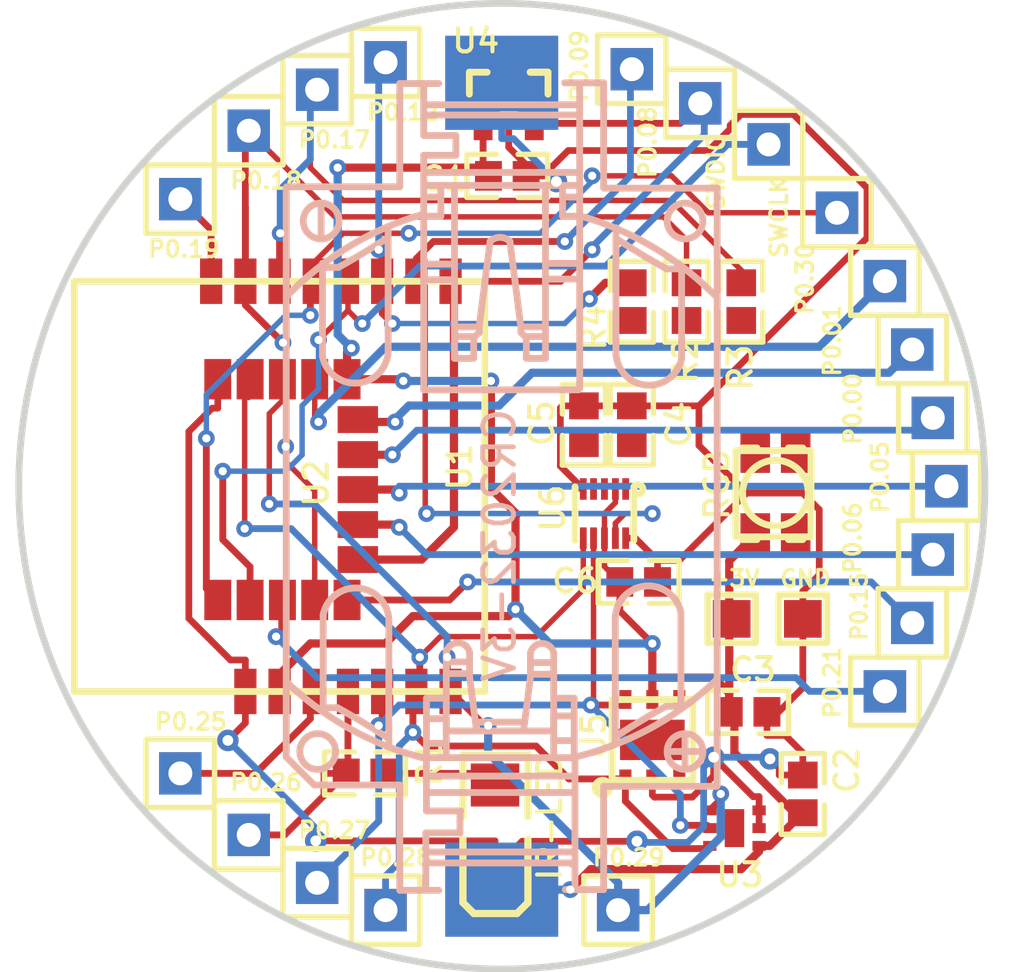
<source format=kicad_pcb>
(kicad_pcb (version 20171130) (host pcbnew "(5.1.12)-1")

  (general
    (thickness 1.6)
    (drawings 2)
    (tracks 466)
    (zones 0)
    (modules 41)
    (nets 24)
  )

  (page A4)
  (layers
    (0 F.Cu signal)
    (31 B.Cu signal)
    (32 B.Adhes user)
    (33 F.Adhes user)
    (34 B.Paste user)
    (35 F.Paste user)
    (36 B.SilkS user)
    (37 F.SilkS user)
    (38 B.Mask user)
    (39 F.Mask user)
    (40 Dwgs.User user)
    (41 Cmts.User user hide)
    (42 Eco1.User user)
    (43 Eco2.User user)
    (44 Edge.Cuts user)
    (45 Margin user)
    (46 B.CrtYd user)
    (47 F.CrtYd user)
    (48 B.Fab user hide)
    (49 F.Fab user hide)
  )

  (setup
    (last_trace_width 0.25)
    (trace_clearance 0.2)
    (zone_clearance 0.254)
    (zone_45_only no)
    (trace_min 0.2)
    (via_size 0.8)
    (via_drill 0.4)
    (via_min_size 0.4)
    (via_min_drill 0.3)
    (uvia_size 0.3)
    (uvia_drill 0.1)
    (uvias_allowed no)
    (uvia_min_size 0.2)
    (uvia_min_drill 0.1)
    (edge_width 0.05)
    (segment_width 0.2)
    (pcb_text_width 0.3)
    (pcb_text_size 1.5 1.5)
    (mod_edge_width 0.12)
    (mod_text_size 1 1)
    (mod_text_width 0.15)
    (pad_size 1.524 1.524)
    (pad_drill 0.762)
    (pad_to_mask_clearance 0.051)
    (solder_mask_min_width 0.25)
    (aux_axis_origin 0 0)
    (visible_elements 7FFFFFFF)
    (pcbplotparams
      (layerselection 0x010fc_ffffffff)
      (usegerberextensions false)
      (usegerberattributes false)
      (usegerberadvancedattributes false)
      (creategerberjobfile false)
      (excludeedgelayer true)
      (linewidth 0.100000)
      (plotframeref false)
      (viasonmask false)
      (mode 1)
      (useauxorigin false)
      (hpglpennumber 1)
      (hpglpenspeed 20)
      (hpglpendiameter 15.000000)
      (psnegative false)
      (psa4output false)
      (plotreference true)
      (plotvalue true)
      (plotinvisibletext false)
      (padsonsilk false)
      (subtractmaskfromsilk false)
      (outputformat 1)
      (mirror false)
      (drillshape 1)
      (scaleselection 1)
      (outputdirectory ""))
  )

  (net 0 "")
  (net 1 +3V)
  (net 2 GND)
  (net 3 LED1_1)
  (net 4 P0.00)
  (net 5 P0.01)
  (net 6 P0.05)
  (net 7 P0.06)
  (net 8 P0.08)
  (net 9 P0.09)
  (net 10 P0.12)
  (net 11 P0.15)
  (net 12 P0.17)
  (net 13 P0.18)
  (net 14 P0.19)
  (net 15 P0.21)
  (net 16 P0.25)
  (net 17 P0.26)
  (net 18 P0.27)
  (net 19 P0.28)
  (net 20 P0.29)
  (net 21 P0.30)
  (net 22 SWCLK)
  (net 23 SWDIO)

  (net_class Default "This is the default net class."
    (clearance 0.2)
    (trace_width 0.25)
    (via_dia 0.8)
    (via_drill 0.4)
    (uvia_dia 0.3)
    (uvia_drill 0.1)
    (add_net +3V)
    (add_net GND)
    (add_net LED1_1)
    (add_net P0.00)
    (add_net P0.01)
    (add_net P0.05)
    (add_net P0.06)
    (add_net P0.08)
    (add_net P0.09)
    (add_net P0.12)
    (add_net P0.15)
    (add_net P0.17)
    (add_net P0.18)
    (add_net P0.19)
    (add_net P0.21)
    (add_net P0.25)
    (add_net P0.26)
    (add_net P0.27)
    (add_net P0.28)
    (add_net P0.29)
    (add_net P0.30)
    (add_net SWCLK)
    (add_net SWDIO)
  )

  (module easyeda:PAD-1.4X1.4-ALPS-H1.6 (layer F.Cu) (tedit 0) (tstamp 0)
    (at 132.994 44.806)
    (attr smd)
    (fp_text reference +3V (at -0.914 -1.496) (layer F.SilkS)
      (effects (font (size 0.61 0.61) (thickness 0.127)) (justify left))
    )
    (fp_text value PAD-1.4X1.4-ALPS-H1.6 (at 0 -4.318) (layer F.Fab) hide
      (effects (font (size 1.143 1.143) (thickness 0.127)) (justify left))
    )
    (fp_line (start -0.889 0.889) (end -0.889 -0.889) (layer F.SilkS) (width 0.254))
    (fp_line (start 0.889 0.889) (end -0.889 0.889) (layer F.SilkS) (width 0.254))
    (fp_line (start 0.889 -0.889) (end 0.889 0.889) (layer F.SilkS) (width 0.254))
    (fp_line (start -0.889 -0.889) (end 0.889 -0.889) (layer F.SilkS) (width 0.254))
    (fp_text user gge3911 (at 0 0) (layer Cmts.User)
      (effects (font (size 1 1) (thickness 0.15)))
    )
    (pad 1 smd rect (at 0 0) (size 1.4 1.4) (layers F.Cu F.Paste F.Mask)
      (net 1 +3V))
  )

  (module easyeda:PAD-1.4X1.4-ALPS-H1.6 (layer F.Cu) (tedit 0) (tstamp 0)
    (at 135.636 44.806)
    (attr smd)
    (fp_text reference GND (at -0.914 -1.496) (layer F.SilkS)
      (effects (font (size 0.61 0.61) (thickness 0.127)) (justify left))
    )
    (fp_text value PAD-1.4X1.4-ALPS-H1.6 (at 0 -4.318) (layer F.Fab) hide
      (effects (font (size 1.143 1.143) (thickness 0.127)) (justify left))
    )
    (fp_line (start -0.889 0.889) (end -0.889 -0.889) (layer F.SilkS) (width 0.254))
    (fp_line (start 0.889 0.889) (end -0.889 0.889) (layer F.SilkS) (width 0.254))
    (fp_line (start 0.889 -0.889) (end 0.889 0.889) (layer F.SilkS) (width 0.254))
    (fp_line (start -0.889 -0.889) (end 0.889 -0.889) (layer F.SilkS) (width 0.254))
    (fp_text user gge3888 (at 0 0) (layer Cmts.User)
      (effects (font (size 1 1) (thickness 0.15)))
    )
    (pad 1 smd rect (at 0 0) (size 1.4 1.4) (layers F.Cu F.Paste F.Mask)
      (net 2 GND))
  )

  (module easyeda:PTR5518 (layer F.Cu) (tedit 0) (tstamp 0)
    (at 118.11 39.882 90)
    (attr smd)
    (fp_text reference U1 (at -0.24 4.788 90) (layer F.SilkS)
      (effects (font (size 0.864 0.864) (thickness 0.152)) (justify left))
    )
    (fp_text value PTR5518 (at 0 -12.827 90) (layer F.Fab) hide
      (effects (font (size 1.143 1.143) (thickness 0.127)) (justify left))
    )
    (fp_line (start 7.619 5.715) (end -7.621 5.715) (layer F.SilkS) (width 0.254))
    (fp_line (start 7.619 -9.525) (end 7.619 5.715) (layer F.SilkS) (width 0.254))
    (fp_line (start -7.621 -9.525) (end 7.619 -9.525) (layer F.SilkS) (width 0.254))
    (fp_line (start -7.621 5.715) (end -7.621 -9.525) (layer F.SilkS) (width 0.254))
    (fp_text user gge201 (at 0 0) (layer Cmts.User)
      (effects (font (size 1 1) (thickness 0.15)))
    )
    (pad P$1 smd rect (at 7.62 4.446 90) (size 1.689 0.826) (layers F.Cu F.Paste F.Mask)
      (net 8 P0.08))
    (pad P$2 smd rect (at 7.62 3.176 90) (size 1.689 0.826) (layers F.Cu F.Paste F.Mask)
      (net 9 P0.09))
    (pad P$3 smd rect (at 7.62 1.906 90) (size 1.689 0.826) (layers F.Cu F.Paste F.Mask)
      (net 10 P0.12))
    (pad P$4 smd rect (at 7.62 0.636 90) (size 1.689 0.826) (layers F.Cu F.Paste F.Mask)
      (net 23 SWDIO))
    (pad P$5 smd rect (at 7.62 -0.634 90) (size 1.689 0.826) (layers F.Cu F.Paste F.Mask)
      (net 22 SWCLK))
    (pad P$6 smd rect (at 7.62 -1.904 90) (size 1.689 0.826) (layers F.Cu F.Paste F.Mask)
      (net 12 P0.17))
    (pad P$7 smd rect (at 7.62 -3.174 90) (size 1.689 0.826) (layers F.Cu F.Paste F.Mask)
      (net 13 P0.18))
    (pad P$8 smd rect (at 7.62 -4.444 90) (size 1.689 0.826) (layers F.Cu F.Paste F.Mask)
      (net 14 P0.19))
    (pad P$9 smd rect (at -7.62 -3.174 90) (size 1.689 0.826) (layers F.Cu F.Paste F.Mask)
      (net 2 GND))
    (pad P$10 smd rect (at -7.62 -1.904 90) (size 1.689 0.826) (layers F.Cu F.Paste F.Mask)
      (net 1 +3V))
    (pad P$11 smd rect (at -7.62 -0.634 90) (size 1.689 0.826) (layers F.Cu F.Paste F.Mask)
      (net 16 P0.25))
    (pad P$12 smd rect (at -7.62 0.636 90) (size 1.689 0.826) (layers F.Cu F.Paste F.Mask)
      (net 17 P0.26))
    (pad P$13 smd rect (at -7.62 1.906 90) (size 1.689 0.826) (layers F.Cu F.Paste F.Mask)
      (net 18 P0.27))
    (pad P$14 smd rect (at -7.62 3.176 90) (size 1.689 0.826) (layers F.Cu F.Paste F.Mask)
      (net 19 P0.28))
    (pad P$15 smd rect (at -7.62 4.446 90) (size 1.689 0.826) (layers F.Cu F.Paste F.Mask)
      (net 20 P0.29))
  )

  (module "easyeda:HOLYIOT  NRF52832" (layer F.Cu) (tedit 0) (tstamp 0)
    (at 108.712 38.862 90)
    (attr smd)
    (fp_text reference U2 (at -1.867 8.852 90) (layer F.SilkS)
      (effects (font (size 0.864 0.864) (thickness 0.152)) (justify left))
    )
    (fp_text value ANT (at -2.54 3.2 90) (layer Cmts.User)
      (effects (font (size 1 1) (thickness 0.15)) (justify left))
    )
    (fp_line (start -2.941 3.901) (end -2.941 2.4) (layer Cmts.User) (width 0.15))
    (fp_line (start 0.46 3.901) (end -2.941 3.901) (layer Cmts.User) (width 0.15))
    (fp_line (start 0.46 2.4) (end -2.941 2.4) (layer Cmts.User) (width 0.15))
    (fp_line (start 0.46 3.901) (end 0.46 2.4) (layer Cmts.User) (width 0.15))
    (fp_line (start -5.74 10.899) (end -5.74 1.801) (layer Cmts.User) (width 0.15))
    (fp_line (start 3.459 10.899) (end -5.74 10.899) (layer Cmts.User) (width 0.15))
    (fp_line (start 3.459 1.801) (end 3.459 10.899) (layer Cmts.User) (width 0.15))
    (fp_line (start -5.74 1.801) (end 3.459 1.801) (layer Cmts.User) (width 0.15))
    (fp_text user gge220 (at 0 0) (layer Cmts.User)
      (effects (font (size 1 1) (thickness 0.15)))
    )
    (pad 11 smd rect (at 2.959 10 270) (size 1.5 1) (layers F.Cu F.Paste F.Mask)
      (net 1 +3V))
    (pad 12 smd rect (at 2.959 8.799 270) (size 1.5 1) (layers F.Cu F.Paste F.Mask)
      (net 21 P0.30))
    (pad 13 smd rect (at 2.96 7.6 270) (size 1.5 1) (layers F.Cu F.Paste F.Mask)
      (net 20 P0.29))
    (pad 14 smd rect (at 2.96 6.401 270) (size 1.5 1) (layers F.Cu F.Paste F.Mask)
      (net 19 P0.28))
    (pad 15 smd rect (at 2.96 5.199 270) (size 1.5 1) (layers F.Cu F.Paste F.Mask)
      (net 2 GND))
    (pad 6 smd rect (at -3.74 10.401 180) (size 1.5 1) (layers F.Cu F.Paste F.Mask)
      (net 8 P0.08))
    (pad 7 smd rect (at -2.44 10.401 180) (size 1.5 1) (layers F.Cu F.Paste F.Mask)
      (net 7 P0.06))
    (pad 8 smd rect (at -1.14 10.401 180) (size 1.5 1) (layers F.Cu F.Paste F.Mask)
      (net 6 P0.05))
    (pad 9 smd rect (at 0.16 10.401 180) (size 1.5 1) (layers F.Cu F.Paste F.Mask)
      (net 4 P0.00))
    (pad 10 smd rect (at 1.461 10.401 180) (size 1.5 1) (layers F.Cu F.Paste F.Mask)
      (net 5 P0.01))
    (pad 1 smd rect (at -5.241 5.199 270) (size 1.5 1) (layers F.Cu F.Paste F.Mask)
      (net 22 SWCLK))
    (pad 2 smd rect (at -5.241 6.4 270) (size 1.5 1) (layers F.Cu F.Paste F.Mask)
      (net 23 SWDIO))
    (pad 3 smd rect (at -5.241 7.601 270) (size 1.5 1) (layers F.Cu F.Paste F.Mask)
      (net 15 P0.21))
    (pad 4 smd rect (at -5.241 8.799 270) (size 1.5 1) (layers F.Cu F.Paste F.Mask)
      (net 13 P0.18))
    (pad 5 smd rect (at -5.241 10 270) (size 1.5 1) (layers F.Cu F.Paste F.Mask)
      (net 11 P0.15))
  )

  (module easyeda:HDR-1X1_2.54 (layer F.Cu) (tedit 0) (tstamp 0)
    (at 112.522 29.21)
    (fp_text reference P0.19 (at -1.27 1.857) (layer F.SilkS)
      (effects (font (size 0.61 0.61) (thickness 0.127)) (justify left))
    )
    (fp_text value P0.19 (at 0 -4.47) (layer F.Fab) hide
      (effects (font (size 1.143 1.143) (thickness 0.127)) (justify left))
    )
    (fp_line (start 1.27 1.27) (end 1.27 0.635) (layer F.SilkS) (width 0.203))
    (fp_line (start 1.27 -1.27) (end 1.27 0.635) (layer F.SilkS) (width 0.203))
    (fp_line (start -1.27 -1.27) (end 1.27 -1.27) (layer F.SilkS) (width 0.203))
    (fp_line (start -1.27 1.27) (end -1.27 -1.27) (layer F.SilkS) (width 0.203))
    (fp_line (start 1.27 1.27) (end -1.27 1.27) (layer F.SilkS) (width 0.203))
    (fp_text user gge242 (at 0 0) (layer Cmts.User)
      (effects (font (size 1 1) (thickness 0.15)))
    )
    (pad 1 thru_hole rect (at 0 0 270) (size 1.575 1.575) (drill 0.889) (layers *.Cu *.Paste *.Mask)
      (net 14 P0.19))
  )

  (module easyeda:HDR-1X1_2.54 (layer F.Cu) (tedit 0) (tstamp 0)
    (at 115.062 26.67)
    (fp_text reference P0.18 (at -0.762 1.857) (layer F.SilkS)
      (effects (font (size 0.61 0.61) (thickness 0.127)) (justify left))
    )
    (fp_text value P0.18 (at 0 -4.47) (layer F.Fab) hide
      (effects (font (size 1.143 1.143) (thickness 0.127)) (justify left))
    )
    (fp_line (start 1.27 1.27) (end 1.27 0.635) (layer F.SilkS) (width 0.203))
    (fp_line (start 1.27 -1.27) (end 1.27 0.635) (layer F.SilkS) (width 0.203))
    (fp_line (start -1.27 -1.27) (end 1.27 -1.27) (layer F.SilkS) (width 0.203))
    (fp_line (start -1.27 1.27) (end -1.27 -1.27) (layer F.SilkS) (width 0.203))
    (fp_line (start 1.27 1.27) (end -1.27 1.27) (layer F.SilkS) (width 0.203))
    (fp_text user gge249 (at 0 0) (layer Cmts.User)
      (effects (font (size 1 1) (thickness 0.15)))
    )
    (pad 1 thru_hole rect (at 0 0 270) (size 1.575 1.575) (drill 0.889) (layers *.Cu *.Paste *.Mask)
      (net 13 P0.18))
  )

  (module easyeda:HDR-1X1_2.54 (layer F.Cu) (tedit 0) (tstamp 0)
    (at 117.602 25.146)
    (fp_text reference P0.17 (at -0.762 1.857) (layer F.SilkS)
      (effects (font (size 0.61 0.61) (thickness 0.127)) (justify left))
    )
    (fp_text value P0.17 (at 0 -4.47) (layer F.Fab) hide
      (effects (font (size 1.143 1.143) (thickness 0.127)) (justify left))
    )
    (fp_line (start 1.27 1.27) (end 1.27 0.635) (layer F.SilkS) (width 0.203))
    (fp_line (start 1.27 -1.27) (end 1.27 0.635) (layer F.SilkS) (width 0.203))
    (fp_line (start -1.27 -1.27) (end 1.27 -1.27) (layer F.SilkS) (width 0.203))
    (fp_line (start -1.27 1.27) (end -1.27 -1.27) (layer F.SilkS) (width 0.203))
    (fp_line (start 1.27 1.27) (end -1.27 1.27) (layer F.SilkS) (width 0.203))
    (fp_text user gge256 (at 0 0) (layer Cmts.User)
      (effects (font (size 1 1) (thickness 0.15)))
    )
    (pad 1 thru_hole rect (at 0 0 270) (size 1.575 1.575) (drill 0.889) (layers *.Cu *.Paste *.Mask)
      (net 12 P0.17))
  )

  (module easyeda:HDR-1X1_2.54 (layer F.Cu) (tedit 0) (tstamp 0)
    (at 120.142 24.13)
    (fp_text reference P0.12 (at -0.762 1.857) (layer F.SilkS)
      (effects (font (size 0.61 0.61) (thickness 0.127)) (justify left))
    )
    (fp_text value P0.12 (at 0 -4.47) (layer F.Fab) hide
      (effects (font (size 1.143 1.143) (thickness 0.127)) (justify left))
    )
    (fp_line (start 1.27 1.27) (end 1.27 0.635) (layer F.SilkS) (width 0.203))
    (fp_line (start 1.27 -1.27) (end 1.27 0.635) (layer F.SilkS) (width 0.203))
    (fp_line (start -1.27 -1.27) (end 1.27 -1.27) (layer F.SilkS) (width 0.203))
    (fp_line (start -1.27 1.27) (end -1.27 -1.27) (layer F.SilkS) (width 0.203))
    (fp_line (start 1.27 1.27) (end -1.27 1.27) (layer F.SilkS) (width 0.203))
    (fp_text user gge263 (at 0 0) (layer Cmts.User)
      (effects (font (size 1 1) (thickness 0.15)))
    )
    (pad 1 thru_hole rect (at 0 0 270) (size 1.575 1.575) (drill 0.889) (layers *.Cu *.Paste *.Mask)
      (net 10 P0.12))
  )

  (module easyeda:HDR-1X1_2.54 (layer F.Cu) (tedit 0) (tstamp 0)
    (at 129.286 24.384)
    (fp_text reference P0.09 (at -1.953 1.295 90) (layer F.SilkS)
      (effects (font (size 0.61 0.61) (thickness 0.127)) (justify left))
    )
    (fp_text value P0.09 (at 0 -4.47) (layer F.Fab) hide
      (effects (font (size 1.143 1.143) (thickness 0.127)) (justify left))
    )
    (fp_line (start 1.27 1.27) (end 1.27 0.635) (layer F.SilkS) (width 0.203))
    (fp_line (start 1.27 -1.27) (end 1.27 0.635) (layer F.SilkS) (width 0.203))
    (fp_line (start -1.27 -1.27) (end 1.27 -1.27) (layer F.SilkS) (width 0.203))
    (fp_line (start -1.27 1.27) (end -1.27 -1.27) (layer F.SilkS) (width 0.203))
    (fp_line (start 1.27 1.27) (end -1.27 1.27) (layer F.SilkS) (width 0.203))
    (fp_text user gge270 (at 0 0) (layer Cmts.User)
      (effects (font (size 1 1) (thickness 0.15)))
    )
    (pad 1 thru_hole rect (at 0 0 270) (size 1.575 1.575) (drill 0.889) (layers *.Cu *.Paste *.Mask)
      (net 9 P0.09))
  )

  (module easyeda:HDR-1X1_2.54 (layer F.Cu) (tedit 0) (tstamp 0)
    (at 131.826 25.654)
    (fp_text reference P0.08 (at -1.953 2.847 90) (layer F.SilkS)
      (effects (font (size 0.61 0.61) (thickness 0.127)) (justify left))
    )
    (fp_text value P0.08 (at 0 -4.47) (layer F.Fab) hide
      (effects (font (size 1.143 1.143) (thickness 0.127)) (justify left))
    )
    (fp_line (start 1.27 1.27) (end 1.27 0.635) (layer F.SilkS) (width 0.203))
    (fp_line (start 1.27 -1.27) (end 1.27 0.635) (layer F.SilkS) (width 0.203))
    (fp_line (start -1.27 -1.27) (end 1.27 -1.27) (layer F.SilkS) (width 0.203))
    (fp_line (start -1.27 1.27) (end -1.27 -1.27) (layer F.SilkS) (width 0.203))
    (fp_line (start 1.27 1.27) (end -1.27 1.27) (layer F.SilkS) (width 0.203))
    (fp_text user gge277 (at 0 0) (layer Cmts.User)
      (effects (font (size 1 1) (thickness 0.15)))
    )
    (pad 1 thru_hole rect (at 0 0 270) (size 1.575 1.575) (drill 0.889) (layers *.Cu *.Paste *.Mask)
      (net 8 P0.08))
  )

  (module easyeda:HDR-1X1_2.54 (layer F.Cu) (tedit 0) (tstamp 0)
    (at 112.522 50.546)
    (fp_text reference P0.25 (at -1.016 -1.918) (layer F.SilkS)
      (effects (font (size 0.61 0.61) (thickness 0.127)) (justify left))
    )
    (fp_text value P0.25 (at 0 -4.47) (layer F.Fab) hide
      (effects (font (size 1.143 1.143) (thickness 0.127)) (justify left))
    )
    (fp_line (start 1.27 1.27) (end 1.27 0.635) (layer F.SilkS) (width 0.203))
    (fp_line (start 1.27 -1.27) (end 1.27 0.635) (layer F.SilkS) (width 0.203))
    (fp_line (start -1.27 -1.27) (end 1.27 -1.27) (layer F.SilkS) (width 0.203))
    (fp_line (start -1.27 1.27) (end -1.27 -1.27) (layer F.SilkS) (width 0.203))
    (fp_line (start 1.27 1.27) (end -1.27 1.27) (layer F.SilkS) (width 0.203))
    (fp_text user gge284 (at 0 0) (layer Cmts.User)
      (effects (font (size 1 1) (thickness 0.15)))
    )
    (pad 1 thru_hole rect (at 0 0 270) (size 1.575 1.575) (drill 0.889) (layers *.Cu *.Paste *.Mask)
      (net 16 P0.25))
  )

  (module easyeda:HDR-1X1_2.54 (layer F.Cu) (tedit 0) (tstamp 0)
    (at 115.062 52.832)
    (fp_text reference P0.26 (at -0.762 -1.953) (layer F.SilkS)
      (effects (font (size 0.61 0.61) (thickness 0.127)) (justify left))
    )
    (fp_text value P0.26 (at 0 -4.47) (layer F.Fab) hide
      (effects (font (size 1.143 1.143) (thickness 0.127)) (justify left))
    )
    (fp_line (start 1.27 1.27) (end 1.27 0.635) (layer F.SilkS) (width 0.203))
    (fp_line (start 1.27 -1.27) (end 1.27 0.635) (layer F.SilkS) (width 0.203))
    (fp_line (start -1.27 -1.27) (end 1.27 -1.27) (layer F.SilkS) (width 0.203))
    (fp_line (start -1.27 1.27) (end -1.27 -1.27) (layer F.SilkS) (width 0.203))
    (fp_line (start 1.27 1.27) (end -1.27 1.27) (layer F.SilkS) (width 0.203))
    (fp_text user gge291 (at 0 0) (layer Cmts.User)
      (effects (font (size 1 1) (thickness 0.15)))
    )
    (pad 1 thru_hole rect (at 0 0 270) (size 1.575 1.575) (drill 0.889) (layers *.Cu *.Paste *.Mask)
      (net 17 P0.26))
  )

  (module easyeda:HDR-1X1_2.54 (layer F.Cu) (tedit 0) (tstamp 0)
    (at 117.602 54.61)
    (fp_text reference P0.27 (at -0.762 -1.953) (layer F.SilkS)
      (effects (font (size 0.61 0.61) (thickness 0.127)) (justify left))
    )
    (fp_text value P0.27 (at 0 -4.47) (layer F.Fab) hide
      (effects (font (size 1.143 1.143) (thickness 0.127)) (justify left))
    )
    (fp_line (start 1.27 1.27) (end 1.27 0.635) (layer F.SilkS) (width 0.203))
    (fp_line (start 1.27 -1.27) (end 1.27 0.635) (layer F.SilkS) (width 0.203))
    (fp_line (start -1.27 -1.27) (end 1.27 -1.27) (layer F.SilkS) (width 0.203))
    (fp_line (start -1.27 1.27) (end -1.27 -1.27) (layer F.SilkS) (width 0.203))
    (fp_line (start 1.27 1.27) (end -1.27 1.27) (layer F.SilkS) (width 0.203))
    (fp_text user gge297 (at 0 0) (layer Cmts.User)
      (effects (font (size 1 1) (thickness 0.15)))
    )
    (pad 1 thru_hole rect (at 0 0 270) (size 1.575 1.575) (drill 0.889) (layers *.Cu *.Paste *.Mask)
      (net 18 P0.27))
  )

  (module easyeda:HDR-1X1_2.54 (layer F.Cu) (tedit 0) (tstamp 0)
    (at 120.142 55.626)
    (fp_text reference P0.28 (at -1.016 -1.953) (layer F.SilkS)
      (effects (font (size 0.61 0.61) (thickness 0.127)) (justify left))
    )
    (fp_text value P0.28 (at 0 -4.47) (layer F.Fab) hide
      (effects (font (size 1.143 1.143) (thickness 0.127)) (justify left))
    )
    (fp_line (start 1.27 1.27) (end 1.27 0.635) (layer F.SilkS) (width 0.203))
    (fp_line (start 1.27 -1.27) (end 1.27 0.635) (layer F.SilkS) (width 0.203))
    (fp_line (start -1.27 -1.27) (end 1.27 -1.27) (layer F.SilkS) (width 0.203))
    (fp_line (start -1.27 1.27) (end -1.27 -1.27) (layer F.SilkS) (width 0.203))
    (fp_line (start 1.27 1.27) (end -1.27 1.27) (layer F.SilkS) (width 0.203))
    (fp_text user gge303 (at 0 0) (layer Cmts.User)
      (effects (font (size 1 1) (thickness 0.15)))
    )
    (pad 1 thru_hole rect (at 0 0 270) (size 1.575 1.575) (drill 0.889) (layers *.Cu *.Paste *.Mask)
      (net 19 P0.28))
  )

  (module easyeda:HDR-1X1_2.54 (layer F.Cu) (tedit 0) (tstamp 0)
    (at 128.778 55.626)
    (fp_text reference P0.29 (at -1.016 -1.953) (layer F.SilkS)
      (effects (font (size 0.61 0.61) (thickness 0.127)) (justify left))
    )
    (fp_text value P0.29 (at 0 -4.47) (layer F.Fab) hide
      (effects (font (size 1.143 1.143) (thickness 0.127)) (justify left))
    )
    (fp_line (start 1.27 1.27) (end 1.27 0.635) (layer F.SilkS) (width 0.203))
    (fp_line (start 1.27 -1.27) (end 1.27 0.635) (layer F.SilkS) (width 0.203))
    (fp_line (start -1.27 -1.27) (end 1.27 -1.27) (layer F.SilkS) (width 0.203))
    (fp_line (start -1.27 1.27) (end -1.27 -1.27) (layer F.SilkS) (width 0.203))
    (fp_line (start 1.27 1.27) (end -1.27 1.27) (layer F.SilkS) (width 0.203))
    (fp_text user gge309 (at 0 0) (layer Cmts.User)
      (effects (font (size 1 1) (thickness 0.15)))
    )
    (pad 1 thru_hole rect (at 0 0 270) (size 1.575 1.575) (drill 0.889) (layers *.Cu *.Paste *.Mask)
      (net 20 P0.29))
  )

  (module easyeda:HDR-1X1_2.54 (layer F.Cu) (tedit 0) (tstamp 0)
    (at 138.684 47.498)
    (fp_text reference P0.21 (at -1.953 1.074 90) (layer F.SilkS)
      (effects (font (size 0.61 0.61) (thickness 0.127)) (justify left))
    )
    (fp_text value P0.21 (at 0 -4.47) (layer F.Fab) hide
      (effects (font (size 1.143 1.143) (thickness 0.127)) (justify left))
    )
    (fp_line (start 1.27 1.27) (end 1.27 0.635) (layer F.SilkS) (width 0.203))
    (fp_line (start 1.27 -1.27) (end 1.27 0.635) (layer F.SilkS) (width 0.203))
    (fp_line (start -1.27 -1.27) (end 1.27 -1.27) (layer F.SilkS) (width 0.203))
    (fp_line (start -1.27 1.27) (end -1.27 -1.27) (layer F.SilkS) (width 0.203))
    (fp_line (start 1.27 1.27) (end -1.27 1.27) (layer F.SilkS) (width 0.203))
    (fp_text user gge315 (at 0 0) (layer Cmts.User)
      (effects (font (size 1 1) (thickness 0.15)))
    )
    (pad 1 thru_hole rect (at 0 0 270) (size 1.575 1.575) (drill 0.889) (layers *.Cu *.Paste *.Mask)
      (net 15 P0.21))
  )

  (module easyeda:HDR-1X1_2.54 (layer F.Cu) (tedit 0) (tstamp 0)
    (at 139.7 44.958)
    (fp_text reference P0.15 (at -1.969 0.732 90) (layer F.SilkS)
      (effects (font (size 0.584 0.584) (thickness 0.127)) (justify left))
    )
    (fp_text value P0.15 (at 0 -4.47) (layer F.Fab) hide
      (effects (font (size 1.143 1.143) (thickness 0.127)) (justify left))
    )
    (fp_line (start 1.27 1.27) (end 1.27 0.635) (layer F.SilkS) (width 0.203))
    (fp_line (start 1.27 -1.27) (end 1.27 0.635) (layer F.SilkS) (width 0.203))
    (fp_line (start -1.27 -1.27) (end 1.27 -1.27) (layer F.SilkS) (width 0.203))
    (fp_line (start -1.27 1.27) (end -1.27 -1.27) (layer F.SilkS) (width 0.203))
    (fp_line (start 1.27 1.27) (end -1.27 1.27) (layer F.SilkS) (width 0.203))
    (fp_text user gge322 (at 0 0) (layer Cmts.User)
      (effects (font (size 1 1) (thickness 0.15)))
    )
    (pad 1 thru_hole rect (at 0 0 270) (size 1.575 1.575) (drill 0.889) (layers *.Cu *.Paste *.Mask)
      (net 11 P0.15))
  )

  (module easyeda:HDR-1X1_2.54 (layer F.Cu) (tedit 0) (tstamp 0)
    (at 140.462 42.418)
    (fp_text reference P0.06 (at -2.969 0.787 90) (layer F.SilkS)
      (effects (font (size 0.61 0.61) (thickness 0.127)) (justify left))
    )
    (fp_text value P0.06 (at 0 -4.47) (layer F.Fab) hide
      (effects (font (size 1.143 1.143) (thickness 0.127)) (justify left))
    )
    (fp_line (start 1.27 1.27) (end 1.27 0.635) (layer F.SilkS) (width 0.203))
    (fp_line (start 1.27 -1.27) (end 1.27 0.635) (layer F.SilkS) (width 0.203))
    (fp_line (start -1.27 -1.27) (end 1.27 -1.27) (layer F.SilkS) (width 0.203))
    (fp_line (start -1.27 1.27) (end -1.27 -1.27) (layer F.SilkS) (width 0.203))
    (fp_line (start 1.27 1.27) (end -1.27 1.27) (layer F.SilkS) (width 0.203))
    (fp_text user gge329 (at 0 0) (layer Cmts.User)
      (effects (font (size 1 1) (thickness 0.15)))
    )
    (pad 1 thru_hole rect (at 0 0 270) (size 1.575 1.575) (drill 0.889) (layers *.Cu *.Paste *.Mask)
      (net 7 P0.06))
  )

  (module easyeda:HDR-1X1_2.54 (layer F.Cu) (tedit 0) (tstamp 0)
    (at 140.97 39.878)
    (fp_text reference P0.05 (at -2.461 1.069 90) (layer F.SilkS)
      (effects (font (size 0.61 0.61) (thickness 0.127)) (justify left))
    )
    (fp_text value P0.05 (at 0 -4.47) (layer F.Fab) hide
      (effects (font (size 1.143 1.143) (thickness 0.127)) (justify left))
    )
    (fp_line (start 1.27 1.27) (end 1.27 0.635) (layer F.SilkS) (width 0.203))
    (fp_line (start 1.27 -1.27) (end 1.27 0.635) (layer F.SilkS) (width 0.203))
    (fp_line (start -1.27 -1.27) (end 1.27 -1.27) (layer F.SilkS) (width 0.203))
    (fp_line (start -1.27 1.27) (end -1.27 -1.27) (layer F.SilkS) (width 0.203))
    (fp_line (start 1.27 1.27) (end -1.27 1.27) (layer F.SilkS) (width 0.203))
    (fp_text user gge336 (at 0 0) (layer Cmts.User)
      (effects (font (size 1 1) (thickness 0.15)))
    )
    (pad 1 thru_hole rect (at 0 0 270) (size 1.575 1.575) (drill 0.889) (layers *.Cu *.Paste *.Mask)
      (net 6 P0.05))
  )

  (module easyeda:HDR-1X1_2.54 (layer F.Cu) (tedit 0) (tstamp 0)
    (at 139.7 34.798)
    (fp_text reference P0.01 (at -2.969 1.074 90) (layer F.SilkS)
      (effects (font (size 0.61 0.61) (thickness 0.127)) (justify left))
    )
    (fp_text value P0.01 (at 0 -4.47) (layer F.Fab) hide
      (effects (font (size 1.143 1.143) (thickness 0.127)) (justify left))
    )
    (fp_line (start 1.27 1.27) (end 1.27 0.635) (layer F.SilkS) (width 0.203))
    (fp_line (start 1.27 -1.27) (end 1.27 0.635) (layer F.SilkS) (width 0.203))
    (fp_line (start -1.27 -1.27) (end 1.27 -1.27) (layer F.SilkS) (width 0.203))
    (fp_line (start -1.27 1.27) (end -1.27 -1.27) (layer F.SilkS) (width 0.203))
    (fp_line (start 1.27 1.27) (end -1.27 1.27) (layer F.SilkS) (width 0.203))
    (fp_text user gge343 (at 0 0) (layer Cmts.User)
      (effects (font (size 1 1) (thickness 0.15)))
    )
    (pad 1 thru_hole rect (at 0 0 270) (size 1.575 1.575) (drill 0.889) (layers *.Cu *.Paste *.Mask)
      (net 5 P0.01))
  )

  (module easyeda:HDR-1X1_2.54 (layer F.Cu) (tedit 0) (tstamp 0)
    (at 140.462 37.338)
    (fp_text reference P0.00 (at -2.969 1.069 90) (layer F.SilkS)
      (effects (font (size 0.61 0.61) (thickness 0.127)) (justify left))
    )
    (fp_text value P0.00 (at 0 -4.47) (layer F.Fab) hide
      (effects (font (size 1.143 1.143) (thickness 0.127)) (justify left))
    )
    (fp_line (start 1.27 1.27) (end 1.27 0.635) (layer F.SilkS) (width 0.203))
    (fp_line (start 1.27 -1.27) (end 1.27 0.635) (layer F.SilkS) (width 0.203))
    (fp_line (start -1.27 -1.27) (end 1.27 -1.27) (layer F.SilkS) (width 0.203))
    (fp_line (start -1.27 1.27) (end -1.27 -1.27) (layer F.SilkS) (width 0.203))
    (fp_line (start 1.27 1.27) (end -1.27 1.27) (layer F.SilkS) (width 0.203))
    (fp_text user gge350 (at 0 0) (layer Cmts.User)
      (effects (font (size 1 1) (thickness 0.15)))
    )
    (pad 1 thru_hole rect (at 0 0 270) (size 1.575 1.575) (drill 0.889) (layers *.Cu *.Paste *.Mask)
      (net 4 P0.00))
  )

  (module easyeda:HDR-1X1_2.54 (layer F.Cu) (tedit 0) (tstamp 0)
    (at 138.684 32.258)
    (fp_text reference P0.30 (at -2.969 1.323 90) (layer F.SilkS)
      (effects (font (size 0.61 0.61) (thickness 0.127)) (justify left))
    )
    (fp_text value P0.30 (at 0 -4.47) (layer F.Fab) hide
      (effects (font (size 1.143 1.143) (thickness 0.127)) (justify left))
    )
    (fp_line (start 1.27 1.27) (end 1.27 0.635) (layer F.SilkS) (width 0.203))
    (fp_line (start 1.27 -1.27) (end 1.27 0.635) (layer F.SilkS) (width 0.203))
    (fp_line (start -1.27 -1.27) (end 1.27 -1.27) (layer F.SilkS) (width 0.203))
    (fp_line (start -1.27 1.27) (end -1.27 -1.27) (layer F.SilkS) (width 0.203))
    (fp_line (start 1.27 1.27) (end -1.27 1.27) (layer F.SilkS) (width 0.203))
    (fp_text user gge357 (at 0 0) (layer Cmts.User)
      (effects (font (size 1 1) (thickness 0.15)))
    )
    (pad 1 thru_hole rect (at 0 0 270) (size 1.575 1.575) (drill 0.889) (layers *.Cu *.Paste *.Mask)
      (net 21 P0.30))
  )

  (module easyeda:MAXM-D622N+4_V (layer F.Cu) (tedit 0) (tstamp 0)
    (at 133.096 52.578 180)
    (attr smd)
    (fp_text reference U3 (at 0.762 -1.74) (layer F.SilkS)
      (effects (font (size 0.864 0.864) (thickness 0.152)) (justify left))
    )
    (fp_text value MAX44009EDT+ (at -0.254 -4.572 180) (layer F.Fab) hide
      (effects (font (size 1.143 1.143) (thickness 0.127)) (justify left))
    )
    (fp_text user gge364 (at 0 0) (layer Cmts.User)
      (effects (font (size 1 1) (thickness 0.15)))
    )
    (pad 1 smd rect (at -0.916 -0.662 270) (size 0.368 0.495) (layers F.Cu F.Paste F.Mask)
      (net 1 +3V))
    (pad 2 smd rect (at -0.916 -0.001 270) (size 0.368 0.495) (layers F.Cu F.Paste F.Mask)
      (net 2 GND))
    (pad 3 smd rect (at -0.916 0.659 270) (size 0.368 0.495) (layers F.Cu F.Paste F.Mask)
      (net 2 GND))
    (pad 6 smd rect (at 0.913 -0.662 270) (size 0.368 0.495) (layers F.Cu F.Paste F.Mask)
      (net 19 P0.28))
    (pad 5 smd rect (at 0.913 -0.001 270) (size 0.368 0.495) (layers F.Cu F.Paste F.Mask)
      (net 18 P0.27))
    (pad 4 smd rect (at 0.913 0.659 270) (size 0.368 0.495) (layers F.Cu F.Paste F.Mask)
      (net 20 P0.29))
    (pad 7 smd rect (at -0.001 -0.001 270) (size 1.41 0.724) (layers F.Cu F.Paste F.Mask))
  )

  (module "easyeda:SOT-23(SOT-23-3)" (layer F.Cu) (tedit 0) (tstamp 0)
    (at 124.714 25.146)
    (attr smd)
    (fp_text reference U4 (at -2.184 -1.816) (layer F.SilkS)
      (effects (font (size 0.864 0.864) (thickness 0.152)) (justify left))
    )
    (fp_text value DRV5032AJDBZR (at 0 -5.08) (layer F.Fab) hide
      (effects (font (size 1.143 1.143) (thickness 0.127)) (justify left))
    )
    (fp_line (start -0.3 0.899) (end 0.3 0.899) (layer F.SilkS) (width 0.2))
    (fp_line (start -1.461 -0.65) (end -0.8 -0.65) (layer F.SilkS) (width 0.254))
    (fp_line (start -1.461 0.165) (end -1.461 -0.65) (layer F.SilkS) (width 0.254))
    (fp_line (start 1.46 -0.65) (end 1.46 0.165) (layer F.SilkS) (width 0.254))
    (fp_line (start 0.8 -0.65) (end 1.46 -0.65) (layer F.SilkS) (width 0.254))
    (fp_line (start 1.46 -0.65) (end 0.8 -0.65) (layer F.SilkS) (width 0.254))
    (fp_line (start 0.8 -0.65) (end 1.46 -0.65) (layer F.SilkS) (width 0.254))
    (fp_text user gge375 (at 0 0) (layer Cmts.User)
      (effects (font (size 1 1) (thickness 0.15)))
    )
    (pad 3 smd rect (at 0 -1.25 180) (size 0.7 1.25) (layers F.Cu F.Paste F.Mask)
      (net 2 GND))
    (pad 2 smd rect (at 0.95 1.25 180) (size 0.7 1.25) (layers F.Cu F.Paste F.Mask)
      (net 8 P0.08))
    (pad 1 smd rect (at -0.95 1.25 180) (size 0.7 1.25) (layers F.Cu F.Paste F.Mask)
      (net 1 +3V))
  )

  (module easyeda:DFN-6-EP (layer F.Cu) (tedit 0) (tstamp 0)
    (at 130.048 49.276)
    (attr smd)
    (fp_text reference U5 (at -2.172 0.851 90) (layer F.SilkS)
      (effects (font (size 0.864 0.864) (thickness 0.152)) (justify left))
    )
    (fp_text value HTU21D (at -0.254 -5.309) (layer F.Fab) hide
      (effects (font (size 1.143 1.143) (thickness 0.127)) (justify left))
    )
    (fp_line (start 1.504 1.527) (end 1.504 -1.473) (layer F.SilkS) (width 0.254))
    (fp_line (start -1.496 1.527) (end 1.504 1.527) (layer F.SilkS) (width 0.254))
    (fp_line (start -1.496 1.527) (end -1.496 -1.473) (layer F.SilkS) (width 0.254))
    (fp_line (start -1.499 -1.473) (end 1.504 -1.473) (layer F.SilkS) (width 0.254))
    (fp_line (start -1.499 -1.473) (end -1.199 -1.473) (layer F.SilkS) (width 0.254))
    (fp_line (start -1.499 1.527) (end -1.199 1.527) (layer F.SilkS) (width 0.254))
    (fp_line (start 1.201 1.527) (end 1.501 1.527) (layer F.SilkS) (width 0.254))
    (fp_circle (center -1.85 1.8) (end -1.75 1.8) (layer F.SilkS) (width 0.3))
    (fp_text user gge384 (at 0 0) (layer Cmts.User)
      (effects (font (size 1 1) (thickness 0.15)))
    )
    (pad 1 smd rect (at -1.001 1.476) (size 0.45 0.701) (layers F.Cu F.Paste F.Mask)
      (net 19 P0.28))
    (pad 2 smd rect (at 0 1.476) (size 0.45 0.701) (layers F.Cu F.Paste F.Mask)
      (net 2 GND))
    (pad 3 smd rect (at 1.001 1.476) (size 0.45 0.701) (layers F.Cu F.Paste F.Mask))
    (pad 4 smd rect (at 1.001 -1.476) (size 0.45 0.701) (layers F.Cu F.Paste F.Mask))
    (pad 5 smd rect (at 0 -1.476) (size 0.45 0.701) (layers F.Cu F.Paste F.Mask)
      (net 1 +3V))
    (pad 6 smd rect (at -1.001 -1.476) (size 0.45 0.701) (layers F.Cu F.Paste F.Mask)
      (net 18 P0.27))
    (pad 7 smd rect (at 0 0.025) (size 2.4 1.5) (layers F.Cu F.Paste F.Mask))
  )

  (module easyeda:LED-1206 locked (layer F.Cu) (tedit 0) (tstamp 0)
    (at 124.206 52.578 90)
    (attr smd)
    (fp_text reference IR-LED (at -2.032 2.032 90) (layer F.SilkS)
      (effects (font (size 0.864 0.864) (thickness 0.152)) (justify left))
    )
    (fp_text value "IR LED" (at -0.229 -4.622 90) (layer F.Fab) hide
      (effects (font (size 1.143 1.143) (thickness 0.127)) (justify left))
    )
    (fp_line (start -2.769 1.222) (end -0.406 1.222) (layer F.SilkS) (width 0.27))
    (fp_line (start -3.175 0.815) (end -2.769 1.222) (layer F.SilkS) (width 0.27))
    (fp_line (start -3.175 -0.785) (end -3.175 0.815) (layer F.SilkS) (width 0.27))
    (fp_line (start -2.769 -1.191) (end -3.175 -0.785) (layer F.SilkS) (width 0.27))
    (fp_line (start -0.406 -1.191) (end -2.769 -1.191) (layer F.SilkS) (width 0.27))
    (fp_line (start 0.432 -1.191) (end 0.432 -1.191) (layer F.SilkS) (width 0.27))
    (fp_line (start 2.743 -1.191) (end 0.432 -1.191) (layer F.SilkS) (width 0.27))
    (fp_line (start 2.743 1.222) (end 2.743 -1.191) (layer F.SilkS) (width 0.27))
    (fp_line (start 0.432 1.222) (end 2.743 1.222) (layer F.SilkS) (width 0.27))
    (fp_text user gge402 (at 0 0) (layer Cmts.User)
      (effects (font (size 1 1) (thickness 0.15)))
    )
    (pad 1 smd rect (at 1.6 0.001 270) (size 1.6 1.801) (layers F.Cu F.Paste F.Mask)
      (net 3 LED1_1))
    (pad 2 smd rect (at -1.6 0.001 270) (size 1.6 1.801) (layers F.Cu F.Paste F.Mask)
      (net 2 GND))
  )

  (module easyeda:0603 (layer F.Cu) (tedit 0) (tstamp 0)
    (at 119.38 50.546)
    (attr smd)
    (fp_text reference R1 (at 2.4 0.569 90) (layer F.SilkS)
      (effects (font (size 0.864 0.864) (thickness 0.152)) (justify left))
    )
    (fp_text value 100Ω (at -0.038 -4.318) (layer F.Fab) hide
      (effects (font (size 1.143 1.143) (thickness 0.127)) (justify left))
    )
    (fp_line (start -1.501 0.8) (end -0.399 0.8) (layer F.SilkS) (width 0.2))
    (fp_line (start -1.501 0.201) (end -1.501 0.8) (layer F.SilkS) (width 0.2))
    (fp_line (start -1.501 -0.8) (end -1.501 0.201) (layer F.SilkS) (width 0.2))
    (fp_line (start -0.399 -0.8) (end -1.501 -0.8) (layer F.SilkS) (width 0.2))
    (fp_line (start 1.501 0.8) (end 0.399 0.8) (layer F.SilkS) (width 0.2))
    (fp_line (start 1.501 -0.8) (end 1.501 0.8) (layer F.SilkS) (width 0.2))
    (fp_line (start 0.399 -0.8) (end 1.501 -0.8) (layer F.SilkS) (width 0.2))
    (fp_text user gge410 (at 0 0) (layer Cmts.User)
      (effects (font (size 1 1) (thickness 0.15)))
    )
    (pad 1 smd rect (at -0.7 0) (size 1 1.1) (layers F.Cu F.Paste F.Mask)
      (net 17 P0.26))
    (pad 2 smd rect (at 0.7 0) (size 1 1.1) (layers F.Cu F.Paste F.Mask)
      (net 3 LED1_1))
  )

  (module easyeda:0603 (layer F.Cu) (tedit 0) (tstamp 0)
    (at 124.663 28.346 180)
    (attr smd)
    (fp_text reference C1 (at 3.302 -0.114) (layer F.SilkS)
      (effects (font (size 0.864 0.864) (thickness 0.152)) (justify left))
    )
    (fp_text value 100n (at -0.038 -4.318 180) (layer F.Fab) hide
      (effects (font (size 1.143 1.143) (thickness 0.127)) (justify left))
    )
    (fp_line (start -1.501 0.8) (end -0.401 0.8) (layer F.SilkS) (width 0.2))
    (fp_line (start -1.501 0.201) (end -1.501 0.8) (layer F.SilkS) (width 0.2))
    (fp_line (start -1.501 -0.8) (end -1.501 0.201) (layer F.SilkS) (width 0.2))
    (fp_line (start -0.401 -0.8) (end -1.501 -0.8) (layer F.SilkS) (width 0.2))
    (fp_line (start 1.499 0.8) (end 0.399 0.8) (layer F.SilkS) (width 0.2))
    (fp_line (start 1.499 -0.8) (end 1.499 0.8) (layer F.SilkS) (width 0.2))
    (fp_line (start 0.399 -0.8) (end 1.499 -0.8) (layer F.SilkS) (width 0.2))
    (fp_text user gge417 (at 0 0) (layer Cmts.User)
      (effects (font (size 1 1) (thickness 0.15)))
    )
    (pad 1 smd rect (at -0.7 0 180) (size 1 1.1) (layers F.Cu F.Paste F.Mask)
      (net 2 GND))
    (pad 2 smd rect (at 0.7 0 180) (size 1 1.1) (layers F.Cu F.Paste F.Mask)
      (net 1 +3V))
  )

  (module easyeda:0603 (layer F.Cu) (tedit 0) (tstamp 0)
    (at 135.636 51.308 270)
    (attr smd)
    (fp_text reference C2 (at 0.071 -1.638 90) (layer F.SilkS)
      (effects (font (size 0.864 0.864) (thickness 0.152)) (justify left))
    )
    (fp_text value 100n (at -0.038 -4.318 270) (layer F.Fab) hide
      (effects (font (size 1.143 1.143) (thickness 0.127)) (justify left))
    )
    (fp_line (start -1.501 0.8) (end -0.399 0.8) (layer F.SilkS) (width 0.2))
    (fp_line (start -1.501 0.201) (end -1.501 0.8) (layer F.SilkS) (width 0.2))
    (fp_line (start -1.501 -0.8) (end -1.501 0.201) (layer F.SilkS) (width 0.2))
    (fp_line (start -0.399 -0.8) (end -1.501 -0.8) (layer F.SilkS) (width 0.2))
    (fp_line (start 1.501 0.8) (end 0.399 0.8) (layer F.SilkS) (width 0.2))
    (fp_line (start 1.501 -0.8) (end 1.501 0.8) (layer F.SilkS) (width 0.2))
    (fp_line (start 0.399 -0.8) (end 1.501 -0.8) (layer F.SilkS) (width 0.2))
    (fp_text user gge424 (at 0 0) (layer Cmts.User)
      (effects (font (size 1 1) (thickness 0.15)))
    )
    (pad 1 smd rect (at -0.7 0 270) (size 1 1.1) (layers F.Cu F.Paste F.Mask)
      (net 2 GND))
    (pad 2 smd rect (at 0.7 0 270) (size 1 1.1) (layers F.Cu F.Paste F.Mask)
      (net 1 +3V))
  )

  (module easyeda:0603 (layer F.Cu) (tedit 0) (tstamp 0)
    (at 133.604 48.26)
    (attr smd)
    (fp_text reference C3 (at -0.762 -1.562) (layer F.SilkS)
      (effects (font (size 0.864 0.864) (thickness 0.152)) (justify left))
    )
    (fp_text value 100n (at -0.038 -4.318) (layer F.Fab) hide
      (effects (font (size 1.143 1.143) (thickness 0.127)) (justify left))
    )
    (fp_line (start -1.501 0.8) (end -0.399 0.8) (layer F.SilkS) (width 0.2))
    (fp_line (start -1.501 0.201) (end -1.501 0.8) (layer F.SilkS) (width 0.2))
    (fp_line (start -1.501 -0.8) (end -1.501 0.201) (layer F.SilkS) (width 0.2))
    (fp_line (start -0.399 -0.8) (end -1.501 -0.8) (layer F.SilkS) (width 0.2))
    (fp_line (start 1.501 0.8) (end 0.399 0.8) (layer F.SilkS) (width 0.2))
    (fp_line (start 1.501 -0.8) (end 1.501 0.8) (layer F.SilkS) (width 0.2))
    (fp_line (start 0.399 -0.8) (end 1.501 -0.8) (layer F.SilkS) (width 0.2))
    (fp_text user gge431 (at 0 0) (layer Cmts.User)
      (effects (font (size 1 1) (thickness 0.15)))
    )
    (pad 1 smd rect (at -0.7 0) (size 1 1.1) (layers F.Cu F.Paste F.Mask)
      (net 1 +3V))
    (pad 2 smd rect (at 0.7 0) (size 1 1.1) (layers F.Cu F.Paste F.Mask)
      (net 2 GND))
  )

  (module easyeda:0603 (layer F.Cu) (tedit 0) (tstamp 0)
    (at 129.286 37.592 270)
    (attr smd)
    (fp_text reference C4 (at 0.93 -1.74 90) (layer F.SilkS)
      (effects (font (size 0.864 0.864) (thickness 0.152)) (justify left))
    )
    (fp_text value 100n (at -0.038 -4.318 270) (layer F.Fab) hide
      (effects (font (size 1.143 1.143) (thickness 0.127)) (justify left))
    )
    (fp_line (start -1.5 0.8) (end -0.4 0.8) (layer F.SilkS) (width 0.2))
    (fp_line (start -1.5 0.2) (end -1.5 0.8) (layer F.SilkS) (width 0.2))
    (fp_line (start -1.5 -0.8) (end -1.5 0.2) (layer F.SilkS) (width 0.2))
    (fp_line (start -0.4 -0.8) (end -1.5 -0.8) (layer F.SilkS) (width 0.2))
    (fp_line (start 1.5 0.8) (end 0.4 0.8) (layer F.SilkS) (width 0.2))
    (fp_line (start 1.5 -0.8) (end 1.5 0.8) (layer F.SilkS) (width 0.2))
    (fp_line (start 0.4 -0.8) (end 1.5 -0.8) (layer F.SilkS) (width 0.2))
    (fp_text user gge438 (at 0 0) (layer Cmts.User)
      (effects (font (size 1 1) (thickness 0.15)))
    )
    (pad 1 smd rect (at -0.7 0 270) (size 1 1.1) (layers F.Cu F.Paste F.Mask)
      (net 2 GND))
    (pad 2 smd rect (at 0.7 0 270) (size 1 1.1) (layers F.Cu F.Paste F.Mask))
  )

  (module easyeda:0603 (layer F.Cu) (tedit 0) (tstamp 0)
    (at 127.508 37.592 270)
    (attr smd)
    (fp_text reference C5 (at 0.889 1.562 90) (layer F.SilkS)
      (effects (font (size 0.864 0.864) (thickness 0.152)) (justify left))
    )
    (fp_text value 100n (at -0.038 -4.318 270) (layer F.Fab) hide
      (effects (font (size 1.143 1.143) (thickness 0.127)) (justify left))
    )
    (fp_line (start -1.5 0.8) (end -0.4 0.8) (layer F.SilkS) (width 0.2))
    (fp_line (start -1.5 0.2) (end -1.5 0.8) (layer F.SilkS) (width 0.2))
    (fp_line (start -1.5 -0.8) (end -1.5 0.2) (layer F.SilkS) (width 0.2))
    (fp_line (start -0.4 -0.8) (end -1.5 -0.8) (layer F.SilkS) (width 0.2))
    (fp_line (start 1.5 0.8) (end 0.4 0.8) (layer F.SilkS) (width 0.2))
    (fp_line (start 1.5 -0.8) (end 1.5 0.8) (layer F.SilkS) (width 0.2))
    (fp_line (start 0.4 -0.8) (end 1.5 -0.8) (layer F.SilkS) (width 0.2))
    (fp_text user gge455 (at 0 0) (layer Cmts.User)
      (effects (font (size 1 1) (thickness 0.15)))
    )
    (pad 1 smd rect (at -0.7 0 270) (size 1 1.1) (layers F.Cu F.Paste F.Mask)
      (net 2 GND))
    (pad 2 smd rect (at 0.7 0 270) (size 1 1.1) (layers F.Cu F.Paste F.Mask))
  )

  (module easyeda:0603 (layer F.Cu) (tedit 0) (tstamp 0)
    (at 129.54 43.434)
    (attr smd)
    (fp_text reference C6 (at -3.302 -0.038) (layer F.SilkS)
      (effects (font (size 0.864 0.864) (thickness 0.152)) (justify left))
    )
    (fp_text value 100n (at -0.038 -4.318) (layer F.Fab) hide
      (effects (font (size 1.143 1.143) (thickness 0.127)) (justify left))
    )
    (fp_line (start -1.5 0.8) (end -0.4 0.8) (layer F.SilkS) (width 0.2))
    (fp_line (start -1.5 0.2) (end -1.5 0.8) (layer F.SilkS) (width 0.2))
    (fp_line (start -1.5 -0.8) (end -1.5 0.2) (layer F.SilkS) (width 0.2))
    (fp_line (start -0.4 -0.8) (end -1.5 -0.8) (layer F.SilkS) (width 0.2))
    (fp_line (start 1.5 0.8) (end 0.4 0.8) (layer F.SilkS) (width 0.2))
    (fp_line (start 1.5 -0.8) (end 1.5 0.8) (layer F.SilkS) (width 0.2))
    (fp_line (start 0.4 -0.8) (end 1.5 -0.8) (layer F.SilkS) (width 0.2))
    (fp_text user gge472 (at 0 0) (layer Cmts.User)
      (effects (font (size 1 1) (thickness 0.15)))
    )
    (pad 1 smd rect (at -0.7 0) (size 1 1.1) (layers F.Cu F.Paste F.Mask)
      (net 1 +3V))
    (pad 2 smd rect (at 0.7 0) (size 1 1.1) (layers F.Cu F.Paste F.Mask)
      (net 2 GND))
  )

  (module easyeda:DFN-10 (layer F.Cu) (tedit 0) (tstamp 0)
    (at 128.27 40.894 270)
    (attr smd)
    (fp_text reference U6 (at 0.762 1.918 90) (layer F.SilkS)
      (effects (font (size 0.864 0.864) (thickness 0.152)) (justify left))
    )
    (fp_text value MAG3110FCR1 (at 0 -4.826 270) (layer F.Fab) hide
      (effects (font (size 1.143 1.143) (thickness 0.127)) (justify left))
    )
    (fp_line (start 0.991 -0.991) (end -0.991 -0.991) (layer Cmts.User) (width 0.254))
    (fp_line (start 0.991 0.991) (end 0.991 -0.991) (layer Cmts.User) (width 0.254))
    (fp_line (start -0.991 0.991) (end 0.991 0.991) (layer Cmts.User) (width 0.254))
    (fp_line (start -0.991 -0.991) (end -0.991 0.991) (layer Cmts.User) (width 0.254))
    (fp_line (start -0.991 1.092) (end 0.991 1.092) (layer F.SilkS) (width 0.254))
    (fp_line (start -0.991 -1.092) (end 0.991 -1.092) (layer F.SilkS) (width 0.254))
    (fp_text user gge489 (at 0 0) (layer Cmts.User)
      (effects (font (size 1 1) (thickness 0.15)))
    )
    (fp_arc (start -0.9 -1.25) (end -1 -1.1) (angle 270.014) (layer F.SilkS) (width 0.254))
    (pad 8 smd rect (at 0.914 0 270) (size 0.8 0.254) (layers F.Cu F.Paste F.Mask)
      (net 1 +3V))
    (pad 3 smd rect (at -0.914 0 270) (size 0.8 0.254) (layers F.Cu F.Paste F.Mask))
    (pad 2 smd rect (at -0.914 -0.406 270) (size 0.8 0.254) (layers F.Cu F.Paste F.Mask)
      (net 1 +3V))
    (pad 4 smd rect (at -0.914 0.406 270) (size 0.8 0.254) (layers F.Cu F.Paste F.Mask))
    (pad 5 smd rect (at -0.914 0.787 270) (size 0.8 0.254) (layers F.Cu F.Paste F.Mask)
      (net 2 GND))
    (pad 1 smd rect (at -0.914 -0.787 270) (size 0.8 0.254) (layers F.Cu F.Paste F.Mask))
    (pad 10 smd rect (at 0.914 -0.787 270) (size 0.8 0.254) (layers F.Cu F.Paste F.Mask)
      (net 2 GND))
    (pad 9 smd rect (at 0.914 -0.406 270) (size 0.8 0.254) (layers F.Cu F.Paste F.Mask)
      (net 9 P0.09))
    (pad 7 smd rect (at 0.914 0.406 270) (size 0.8 0.254) (layers F.Cu F.Paste F.Mask)
      (net 18 P0.27))
    (pad 6 smd rect (at 0.914 0.787 270) (size 0.8 0.254) (layers F.Cu F.Paste F.Mask)
      (net 19 P0.28))
  )

  (module easyeda:HDR-1X1_2.54 (layer F.Cu) (tedit 0) (tstamp 0)
    (at 134.366 27.178)
    (fp_text reference SWDIO (at -1.953 2.504 90) (layer F.SilkS)
      (effects (font (size 0.61 0.61) (thickness 0.127)) (justify left))
    )
    (fp_text value SWDIO (at 0 -4.47) (layer F.Fab) hide
      (effects (font (size 1.143 1.143) (thickness 0.127)) (justify left))
    )
    (fp_line (start 1.27 1.27) (end 1.27 0.635) (layer F.SilkS) (width 0.203))
    (fp_line (start 1.27 -1.27) (end 1.27 0.635) (layer F.SilkS) (width 0.203))
    (fp_line (start -1.27 -1.27) (end 1.27 -1.27) (layer F.SilkS) (width 0.203))
    (fp_line (start -1.27 1.27) (end -1.27 -1.27) (layer F.SilkS) (width 0.203))
    (fp_line (start 1.27 1.27) (end -1.27 1.27) (layer F.SilkS) (width 0.203))
    (fp_text user gge551 (at 0 0) (layer Cmts.User)
      (effects (font (size 1 1) (thickness 0.15)))
    )
    (pad 1 thru_hole rect (at 0 0 270) (size 1.575 1.575) (drill 0.889) (layers *.Cu *.Paste *.Mask)
      (net 23 SWDIO))
  )

  (module easyeda:HDR-1X1_2.54 (layer F.Cu) (tedit 0) (tstamp 0)
    (at 136.906 29.718)
    (fp_text reference SWCLK (at -2.156 1.742 90) (layer F.SilkS)
      (effects (font (size 0.61 0.61) (thickness 0.127)) (justify left))
    )
    (fp_text value SWCLK (at 0 -4.47) (layer F.Fab) hide
      (effects (font (size 1.143 1.143) (thickness 0.127)) (justify left))
    )
    (fp_line (start 1.27 1.27) (end 1.27 0.635) (layer F.SilkS) (width 0.203))
    (fp_line (start 1.27 -1.27) (end 1.27 0.635) (layer F.SilkS) (width 0.203))
    (fp_line (start -1.27 -1.27) (end 1.27 -1.27) (layer F.SilkS) (width 0.203))
    (fp_line (start -1.27 1.27) (end -1.27 -1.27) (layer F.SilkS) (width 0.203))
    (fp_line (start 1.27 1.27) (end -1.27 1.27) (layer F.SilkS) (width 0.203))
    (fp_text user gge562 (at 0 0) (layer Cmts.User)
      (effects (font (size 1 1) (thickness 0.15)))
    )
    (pad 1 thru_hole rect (at 0 0 270) (size 1.575 1.575) (drill 0.889) (layers *.Cu *.Paste *.Mask)
      (net 22 SWCLK))
  )

  (module easyeda:ASMB-MTB1-0A3A2-RGB-LED (layer F.Cu) (tedit 0) (tstamp 0)
    (at 134.62 40.132 90)
    (attr smd)
    (fp_text reference RGB (at -1.09 -2.172 90) (layer F.SilkS)
      (effects (font (size 0.864 0.864) (thickness 0.152)) (justify left))
    )
    (fp_text value ASMB-MTB1-0A3A2 (at 0 -4.826 90) (layer F.Fab) hide
      (effects (font (size 1.143 1.143) (thickness 0.127)) (justify left))
    )
    (fp_circle (center 0 0) (end 1.219 0) (layer F.SilkS) (width 0.254))
    (fp_line (start -1.626 1.321) (end -1.626 -1.473) (layer F.SilkS) (width 0.254))
    (fp_line (start 1.575 1.321) (end -1.626 1.321) (layer F.SilkS) (width 0.254))
    (fp_line (start 1.575 -1.473) (end 1.575 1.321) (layer F.SilkS) (width 0.254))
    (fp_line (start -1.626 -1.473) (end 1.575 -1.473) (layer F.SilkS) (width 0.254))
    (fp_line (start 1.676 0.483) (end 1.676 1.016) (layer F.SilkS) (width 0.254))
    (fp_line (start 1.676 -1.219) (end 1.676 -0.686) (layer F.SilkS) (width 0.254))
    (fp_line (start -1.727 0.483) (end -1.727 1.016) (layer F.SilkS) (width 0.254))
    (fp_line (start -1.727 -1.219) (end -1.727 -0.686) (layer F.SilkS) (width 0.254))
    (fp_text user gge573 (at 0 0) (layer Cmts.User)
      (effects (font (size 1 1) (thickness 0.15)))
    )
    (pad 3 smd rect (at 1.549 0.751 90) (size 1.6 1.1) (layers F.Cu F.Paste F.Mask))
    (pad 2 smd rect (at 1.549 -0.751 90) (size 1.6 1.1) (layers F.Cu F.Paste F.Mask))
    (pad 1 smd rect (at -1.549 -0.751 90) (size 1.6 1.1) (layers F.Cu F.Paste F.Mask)
      (net 1 +3V))
    (pad 4 smd rect (at -1.549 0.751 90) (size 1.6 1.1) (layers F.Cu F.Paste F.Mask))
  )

  (module easyeda:0603 (layer F.Cu) (tedit 0) (tstamp 0)
    (at 131.318 33.02 90)
    (attr smd)
    (fp_text reference R2 (at -3.137 -0.038 90) (layer F.SilkS)
      (effects (font (size 0.864 0.864) (thickness 0.152)) (justify left))
    )
    (fp_text value 100Ω (at -0.038 -4.318 90) (layer F.Fab) hide
      (effects (font (size 1.143 1.143) (thickness 0.127)) (justify left))
    )
    (fp_line (start -1.5 0.8) (end -0.4 0.8) (layer F.SilkS) (width 0.2))
    (fp_line (start -1.5 0.2) (end -1.5 0.8) (layer F.SilkS) (width 0.2))
    (fp_line (start -1.5 -0.8) (end -1.5 0.2) (layer F.SilkS) (width 0.2))
    (fp_line (start -0.4 -0.8) (end -1.5 -0.8) (layer F.SilkS) (width 0.2))
    (fp_line (start 1.5 0.8) (end 0.4 0.8) (layer F.SilkS) (width 0.2))
    (fp_line (start 1.5 -0.8) (end 1.5 0.8) (layer F.SilkS) (width 0.2))
    (fp_line (start 0.4 -0.8) (end 1.5 -0.8) (layer F.SilkS) (width 0.2))
    (fp_text user gge607 (at 0 0) (layer Cmts.User)
      (effects (font (size 1 1) (thickness 0.15)))
    )
    (pad 1 smd rect (at -0.7 0 90) (size 1 1.1) (layers F.Cu F.Paste F.Mask))
    (pad 2 smd rect (at 0.7 0 90) (size 1 1.1) (layers F.Cu F.Paste F.Mask)
      (net 13 P0.18))
  )

  (module easyeda:0603 (layer F.Cu) (tedit 0) (tstamp 0)
    (at 133.35 33.02 90)
    (attr smd)
    (fp_text reference R3 (at -3.391 -0.038 90) (layer F.SilkS)
      (effects (font (size 0.864 0.864) (thickness 0.152)) (justify left))
    )
    (fp_text value 100Ω (at -0.038 -4.318 90) (layer F.Fab) hide
      (effects (font (size 1.143 1.143) (thickness 0.127)) (justify left))
    )
    (fp_line (start -1.5 0.8) (end -0.4 0.8) (layer F.SilkS) (width 0.2))
    (fp_line (start -1.5 0.2) (end -1.5 0.8) (layer F.SilkS) (width 0.2))
    (fp_line (start -1.5 -0.8) (end -1.5 0.2) (layer F.SilkS) (width 0.2))
    (fp_line (start -0.4 -0.8) (end -1.5 -0.8) (layer F.SilkS) (width 0.2))
    (fp_line (start 1.5 0.8) (end 0.4 0.8) (layer F.SilkS) (width 0.2))
    (fp_line (start 1.5 -0.8) (end 1.5 0.8) (layer F.SilkS) (width 0.2))
    (fp_line (start 0.4 -0.8) (end 1.5 -0.8) (layer F.SilkS) (width 0.2))
    (fp_text user gge624 (at 0 0) (layer Cmts.User)
      (effects (font (size 1 1) (thickness 0.15)))
    )
    (pad 1 smd rect (at -0.7 0 90) (size 1 1.1) (layers F.Cu F.Paste F.Mask))
    (pad 2 smd rect (at 0.7 0 90) (size 1 1.1) (layers F.Cu F.Paste F.Mask)
      (net 12 P0.17))
  )

  (module easyeda:0603 (layer F.Cu) (tedit 0) (tstamp 0)
    (at 129.286 33.02 90)
    (attr smd)
    (fp_text reference R4 (at -1.905 -1.41 90) (layer F.SilkS)
      (effects (font (size 0.864 0.864) (thickness 0.152)) (justify left))
    )
    (fp_text value 100Ω (at -0.038 -4.318 90) (layer F.Fab) hide
      (effects (font (size 1.143 1.143) (thickness 0.127)) (justify left))
    )
    (fp_line (start -1.501 0.8) (end -0.401 0.8) (layer F.SilkS) (width 0.2))
    (fp_line (start -1.501 0.201) (end -1.501 0.8) (layer F.SilkS) (width 0.2))
    (fp_line (start -1.501 -0.8) (end -1.501 0.201) (layer F.SilkS) (width 0.2))
    (fp_line (start -0.401 -0.8) (end -1.501 -0.8) (layer F.SilkS) (width 0.2))
    (fp_line (start 1.499 0.8) (end 0.399 0.8) (layer F.SilkS) (width 0.2))
    (fp_line (start 1.499 -0.8) (end 1.499 0.8) (layer F.SilkS) (width 0.2))
    (fp_line (start 0.399 -0.8) (end 1.499 -0.8) (layer F.SilkS) (width 0.2))
    (fp_text user gge641 (at 0 0) (layer Cmts.User)
      (effects (font (size 1 1) (thickness 0.15)))
    )
    (pad 1 smd rect (at -0.7 0 90) (size 1 1.1) (layers F.Cu F.Paste F.Mask))
    (pad 2 smd rect (at 0.7 0 90) (size 1 1.1) (layers F.Cu F.Paste F.Mask)
      (net 10 P0.12))
  )

  (module easyeda:BATTERY-3 (layer F.Cu) (tedit 0) (tstamp 0)
    (at 124.456 39.878)
    (attr smd)
    (fp_text reference CR2032-3V (at -0.084 -2.997 90) (layer B.SilkS)
      (effects (font (size 1.143 1.143) (thickness 0.178)) (justify left mirror))
    )
    (fp_text value CR2032-BS-6-1 (at 0 -19.812) (layer B.Fab) hide
      (effects (font (size 1.143 1.143) (thickness 0.127)) (justify left mirror))
    )
    (fp_line (start -0.992 -5.563) (end -1.754 -5.563) (layer B.SilkS) (width 0.254))
    (fp_line (start -0.839 -5.918) (end -1.728 -5.918) (layer B.SilkS) (width 0.254))
    (fp_line (start -1.754 -4.75) (end -1.754 -11.151) (layer B.SilkS) (width 0.254))
    (fp_line (start -1.246 -4.75) (end -1.754 -4.75) (layer B.SilkS) (width 0.254))
    (fp_line (start -1.043 -4.75) (end -1.246 -4.75) (layer B.SilkS) (width 0.254))
    (fp_line (start -1.043 -5.512) (end -1.043 -4.75) (layer B.SilkS) (width 0.254))
    (fp_line (start -0.839 -5.715) (end -1.043 -5.512) (layer B.SilkS) (width 0.254))
    (fp_line (start -0.839 -5.918) (end -0.839 -5.715) (layer B.SilkS) (width 0.254))
    (fp_line (start -0.433 -9.093) (end -0.839 -5.918) (layer B.SilkS) (width 0.254))
    (fp_line (start 1.624 -5.563) (end 0.862 -5.563) (layer B.SilkS) (width 0.254))
    (fp_line (start 1.599 -5.918) (end 0.71 -5.918) (layer B.SilkS) (width 0.254))
    (fp_line (start 1.624 -4.75) (end 1.624 -11.151) (layer B.SilkS) (width 0.254))
    (fp_line (start 1.116 -4.75) (end 1.624 -4.75) (layer B.SilkS) (width 0.254))
    (fp_line (start 0.913 -4.75) (end 1.116 -4.75) (layer B.SilkS) (width 0.254))
    (fp_line (start 0.913 -5.512) (end 0.913 -4.75) (layer B.SilkS) (width 0.254))
    (fp_line (start 0.71 -5.715) (end 0.913 -5.512) (layer B.SilkS) (width 0.254))
    (fp_line (start 0.71 -5.918) (end 0.71 -5.715) (layer B.SilkS) (width 0.254))
    (fp_line (start 0.304 -9.093) (end 0.71 -5.918) (layer B.SilkS) (width 0.254))
    (fp_line (start -2.313 -10.744) (end -2.897 -10.744) (layer B.SilkS) (width 0.254))
    (fp_line (start -2.262 -10.033) (end -2.262 -11.176) (layer B.SilkS) (width 0.254))
    (fp_line (start -2.8 -10.033) (end -2.262 -10.033) (layer B.SilkS) (width 0.254))
    (fp_line (start 2.793 -11.659) (end -2.821 -11.659) (layer B.SilkS) (width 0.254))
    (fp_line (start 2.894 -14.173) (end -2.897 -14.173) (layer B.SilkS) (width 0.254))
    (fp_line (start 2.869 -13.792) (end -2.897 -13.792) (layer B.SilkS) (width 0.254))
    (fp_line (start -2.897 -14.935) (end -2.922 -14.961) (layer B.SilkS) (width 0.254))
    (fp_line (start -2.897 -13.03) (end -2.897 -14.935) (layer B.SilkS) (width 0.254))
    (fp_line (start -1.703 -13.03) (end -2.897 -13.03) (layer B.SilkS) (width 0.254))
    (fp_line (start -1.703 -12.294) (end -1.703 -13.03) (layer B.SilkS) (width 0.254))
    (fp_line (start -2.897 -12.294) (end -1.703 -12.294) (layer B.SilkS) (width 0.254))
    (fp_line (start -2.897 -11.913) (end -2.897 -12.294) (layer B.SilkS) (width 0.254))
    (fp_line (start -2.897 -3.581) (end -2.897 -11.913) (layer B.SilkS) (width 0.254))
    (fp_line (start 2.844 -3.581) (end -2.897 -3.581) (layer B.SilkS) (width 0.254))
    (fp_line (start 2.894 -3.632) (end 2.844 -3.581) (layer B.SilkS) (width 0.254))
    (fp_line (start 2.894 -11.938) (end 2.894 -3.632) (layer B.SilkS) (width 0.254))
    (fp_line (start 2.894 -12.319) (end 2.894 -11.938) (layer B.SilkS) (width 0.254))
    (fp_line (start 2.894 -12.954) (end 2.894 -12.319) (layer B.SilkS) (width 0.254))
    (fp_line (start 2.894 -14.961) (end 2.894 -12.954) (layer B.SilkS) (width 0.254))
    (fp_line (start 2.92 -14.986) (end 2.894 -14.961) (layer B.SilkS) (width 0.254))
    (fp_line (start 2.844 -11.176) (end -2.897 -11.176) (layer B.SilkS) (width 0.254))
    (fp_line (start 6.654 8.153) (end 6.654 4.699) (layer B.SilkS) (width 0.254))
    (fp_line (start 4.215 9.576) (end 4.215 4.877) (layer B.SilkS) (width 0.254))
    (fp_line (start -6.631 8.23) (end -6.631 4.775) (layer B.SilkS) (width 0.254))
    (fp_line (start -4.192 9.652) (end -4.192 4.953) (layer B.SilkS) (width 0.254))
    (fp_line (start 6.679 -4.724) (end 6.679 -8.179) (layer B.SilkS) (width 0.254))
    (fp_line (start 4.241 -4.902) (end 4.241 -9.601) (layer B.SilkS) (width 0.254))
    (fp_line (start -4.218 -5.004) (end -4.218 -9.652) (layer B.SilkS) (width 0.254))
    (fp_line (start -6.707 -9.195) (end -6.707 -10.49) (layer B.SilkS) (width 0.254))
    (fp_line (start 7.441 9.855) (end 6.171 9.855) (layer B.SilkS) (width 0.254))
    (fp_line (start 6.806 10.516) (end 6.806 9.271) (layer B.SilkS) (width 0.254))
    (fp_line (start 8 -11.074) (end 3.809 -11.074) (layer B.SilkS) (width 0.254))
    (fp_line (start 8 11.125) (end 8 -11.074) (layer B.SilkS) (width 0.254))
    (fp_line (start 7.974 11.151) (end 8 11.125) (layer B.SilkS) (width 0.254))
    (fp_line (start 3.783 11.151) (end 7.974 11.151) (layer B.SilkS) (width 0.254))
    (fp_line (start 3.783 14.986) (end 3.783 11.151) (layer B.SilkS) (width 0.254))
    (fp_line (start 2.361 14.986) (end 3.783 14.986) (layer B.SilkS) (width 0.254))
    (fp_line (start 3.783 -14.986) (end 2.336 -14.986) (layer B.SilkS) (width 0.254))
    (fp_line (start 3.783 -11.074) (end 3.783 -14.986) (layer B.SilkS) (width 0.254))
    (fp_line (start -3.786 15.011) (end -3.786 11.1) (layer B.SilkS) (width 0.254))
    (fp_line (start -2.338 15.011) (end -3.786 15.011) (layer B.SilkS) (width 0.254))
    (fp_line (start -3.786 -14.961) (end -2.338 -14.961) (layer B.SilkS) (width 0.254))
    (fp_line (start -3.786 -11.125) (end -3.786 -14.961) (layer B.SilkS) (width 0.254))
    (fp_line (start -7.977 -11.125) (end -3.786 -11.125) (layer B.SilkS) (width 0.254))
    (fp_line (start -8.002 -11.1) (end -7.977 -11.125) (layer B.SilkS) (width 0.254))
    (fp_line (start -8.002 10.058) (end -8.002 -11.1) (layer B.SilkS) (width 0.254))
    (fp_line (start -6.961 11.1) (end -8.002 10.058) (layer B.SilkS) (width 0.254))
    (fp_line (start -3.811 11.1) (end -6.961 11.1) (layer B.SilkS) (width 0.254))
    (fp_line (start -1.754 -8.255) (end -2.897 -8.255) (layer B.SilkS) (width 0.254))
    (fp_line (start -1.754 -7.671) (end -2.897 -7.671) (layer B.SilkS) (width 0.254))
    (fp_line (start 2.818 -7.696) (end 1.675 -7.696) (layer B.SilkS) (width 0.254))
    (fp_line (start 2.818 -8.28) (end 1.675 -8.28) (layer B.SilkS) (width 0.254))
    (fp_line (start 2.259 -10.033) (end 2.259 -11.176) (layer B.SilkS) (width 0.254))
    (fp_line (start 2.798 -10.033) (end 2.259 -10.033) (layer B.SilkS) (width 0.254))
    (fp_line (start 2.894 -10.744) (end 2.31 -10.744) (layer B.SilkS) (width 0.254))
    (fp_line (start -1.551 12.878) (end -1.551 12.09) (layer B.SilkS) (width 0.254))
    (fp_line (start -2.821 12.878) (end -1.551 12.878) (layer B.SilkS) (width 0.254))
    (fp_line (start -2.821 15.011) (end -2.821 12.878) (layer B.SilkS) (width 0.254))
    (fp_line (start 2.719 14.958) (end 2.719 10.084) (layer B.SilkS) (width 0.254))
    (fp_line (start 2.691 10.77) (end -2.795 10.77) (layer B.SilkS) (width 0.254))
    (fp_line (start 2.666 11.379) (end -2.744 11.379) (layer B.SilkS) (width 0.254))
    (fp_line (start 2.717 13.589) (end -2.795 13.589) (layer B.SilkS) (width 0.254))
    (fp_line (start 2.539 13.995) (end -2.821 13.995) (layer B.SilkS) (width 0.254))
    (fp_line (start -2.795 10.084) (end -2.795 8.636) (layer B.SilkS) (width 0.254))
    (fp_line (start -2.084 9.55) (end -2.795 9.55) (layer B.SilkS) (width 0.254))
    (fp_line (start 2.64 9.449) (end 1.929 9.449) (layer B.SilkS) (width 0.254))
    (fp_line (start 1.929 8.534) (end 2.666 8.534) (layer B.SilkS) (width 0.254))
    (fp_line (start 1.929 9.982) (end 1.929 8.534) (layer B.SilkS) (width 0.254))
    (fp_line (start -2.059 9.093) (end -2.059 6.172) (layer B.SilkS) (width 0.254))
    (fp_line (start 1.853 9.093) (end -2.059 9.093) (layer B.SilkS) (width 0.254))
    (fp_line (start -1.195 6.528) (end -1.195 6.172) (layer B.SilkS) (width 0.254))
    (fp_line (start -1.195 6.528) (end -2.059 6.528) (layer B.SilkS) (width 0.254))
    (fp_line (start -1.195 6.96) (end -1.195 6.528) (layer B.SilkS) (width 0.254))
    (fp_line (start -2.059 6.96) (end -1.195 6.96) (layer B.SilkS) (width 0.254))
    (fp_line (start -0.941 9.04) (end -1.213 6.914) (layer B.SilkS) (width 0.254))
    (fp_line (start 1.929 9.119) (end 1.929 6.198) (layer B.SilkS) (width 0.254))
    (fp_line (start 1.066 6.553) (end 1.066 6.198) (layer B.SilkS) (width 0.254))
    (fp_line (start 1.929 6.985) (end 1.066 6.985) (layer B.SilkS) (width 0.254))
    (fp_line (start 1.066 7.082) (end 0.812 9.065) (layer B.SilkS) (width 0.254))
    (fp_line (start 1.066 6.553) (end 1.066 7.082) (layer B.SilkS) (width 0.254))
    (fp_line (start 1.929 6.553) (end 1.066 6.553) (layer B.SilkS) (width 0.254))
    (fp_line (start 0.855 8.763) (end -0.941 8.763) (layer B.SilkS) (width 0.254))
    (fp_line (start -2.059 8.636) (end -2.059 10.084) (layer B.SilkS) (width 0.254))
    (fp_line (start -2.795 8.636) (end -2.059 8.636) (layer B.SilkS) (width 0.254))
    (fp_line (start -2.795 7.874) (end -2.795 8.636) (layer B.SilkS) (width 0.254))
    (fp_line (start -2.109 7.874) (end -2.795 7.874) (layer B.SilkS) (width 0.254))
    (fp_line (start 2.691 7.874) (end 1.929 7.874) (layer B.SilkS) (width 0.254))
    (fp_line (start 2.691 10.084) (end 2.691 7.874) (layer B.SilkS) (width 0.254))
    (fp_line (start -2.795 10.084) (end 2.691 10.084) (layer B.SilkS) (width 0.254))
    (fp_line (start -2.795 12.065) (end -2.795 10.084) (layer B.SilkS) (width 0.254))
    (fp_line (start -1.525 12.065) (end -2.795 12.065) (layer B.SilkS) (width 0.254))
    (fp_line (start -6.656 -8.28) (end -6.656 -4.826) (layer B.SilkS) (width 0.254))
    (fp_line (start -6.656 -8.128) (end -6.656 -8.28) (layer B.SilkS) (width 0.254))
    (fp_line (start -6.072 -8.128) (end -6.656 -8.128) (layer B.SilkS) (width 0.254))
    (fp_line (start -6.097 8.23) (end -6.681 8.23) (layer B.SilkS) (width 0.254))
    (fp_line (start 6.704 -8.077) (end 6.12 -8.077) (layer B.SilkS) (width 0.254))
    (fp_line (start 6.679 8.179) (end 6.095 8.179) (layer B.SilkS) (width 0.254))
    (fp_text user gge110 (at 0 0) (layer Cmts.User)
      (effects (font (size 1 1) (thickness 0.15)))
    )
    (fp_arc (start 20.082 33.48) (end 4.242 9.296) (angle 4.292) (layer B.SilkS) (width 0.254))
    (fp_arc (start 20.107 -33.378) (end 6.121 -8.077) (angle 4.292) (layer B.SilkS) (width 0.254))
    (fp_arc (start -20.082 33.53) (end -6.096 8.23) (angle 4.292) (layer B.SilkS) (width 0.254))
    (fp_arc (start -20.056 -33.429) (end -4.216 -9.246) (angle 4.292) (layer B.SilkS) (width 0.254))
    (fp_arc (start 1.499 6.282) (end 1.067 6.198) (angle 157.904) (layer B.SilkS) (width 0.254))
    (fp_arc (start -1.626 6.257) (end -2.057 6.172) (angle 157.904) (layer B.SilkS) (width 0.254))
    (fp_arc (start 1.981 10.084) (end 1.93 10.084) (angle 90) (layer B.SilkS) (width 0.254))
    (fp_arc (start 2.54 14.046) (end 2.54 13.995) (angle 90) (layer B.SilkS) (width 0.254))
    (fp_arc (start 2.667 11.328) (end 2.718 11.328) (angle 90) (layer B.SilkS) (width 0.254))
    (fp_arc (start 2.692 10.744) (end 2.718 10.744) (angle 90) (layer B.SilkS) (width 0.254))
    (fp_arc (start 2.693 14.959) (end 2.72 14.958) (angle 93.9) (layer B.SilkS) (width 0.254))
    (fp_arc (start 2.646 10.06) (end 2.72 10.061) (angle 90.604) (layer B.SilkS) (width 0.254))
    (fp_arc (start 0.087 -1.002) (end 7.95 7.214) (angle 30.356) (layer B.SilkS) (width 0.254))
    (fp_arc (start -2.743 10.185) (end -2.794 10.185) (angle 90) (layer B.SilkS) (width 0.254))
    (fp_arc (start -1.524 12.09) (end -1.549 12.09) (angle 90) (layer B.SilkS) (width 0.254))
    (fp_arc (start -6.706 -9.854) (end -7.371 -9.86) (angle 358.905) (layer B.SilkS) (width 0.254))
    (fp_arc (start 6.806 -9.854) (end 6.142 -9.86) (angle 358.905) (layer B.SilkS) (width 0.254))
    (fp_arc (start 6.806 9.856) (end 6.142 9.85) (angle 358.905) (layer B.SilkS) (width 0.254))
    (fp_arc (start -6.833 9.856) (end -7.498 9.85) (angle 358.905) (layer B.SilkS) (width 0.254))
    (fp_arc (start 0.217 0.824) (end -8.001 -7.036) (angle 30.456) (layer B.SilkS) (width 0.254))
    (fp_arc (start -0.11 -0.928) (end -2.743 10.135) (angle 30.356) (layer B.SilkS) (width 0.254))
    (fp_arc (start -5.446 -5.062) (end -4.216 -5.004) (angle 166.285) (layer B.SilkS) (width 0.254))
    (fp_arc (start 5.472 -4.985) (end 6.68 -4.75) (angle 166.285) (layer B.SilkS) (width 0.254))
    (fp_arc (start -5.421 5.011) (end -6.629 4.775) (angle 166.285) (layer B.SilkS) (width 0.254))
    (fp_arc (start 5.446 4.935) (end 4.216 4.877) (angle 166.285) (layer B.SilkS) (width 0.254))
    (fp_arc (start -0.175 0.902) (end 2.946 -10.033) (angle 29.727) (layer B.SilkS) (width 0.254))
    (fp_arc (start -0.064 -8.725) (end -0.432 -9.093) (angle 90) (layer B.SilkS) (width 0.254))
    (pad 2 smd rect (at -0.001 -14.989 270) (size 3.5 4.2) (layers B.Cu B.Paste B.Mask)
      (net 2 GND))
    (pad 1 smd rect (at -0.001 14.989 270) (size 3.5 4.2) (layers B.Cu B.Paste B.Mask)
      (net 1 +3V))
  )

  (gr_line (start 135.255 54.2036) (end 135.767445 53.802673) (layer Edge.Cuts) (width 0.254) (tstamp 5E46AE8D))
  (gr_arc (start 124.46 39.878) (end 135.255 54.2036) (angle 357.921597) (layer Edge.Cuts) (width 0.254))

  (segment (start 134.01 53.34) (end 134.012 53.338) (width 0.25) (layer F.Cu) (net 1))
  (segment (start 134.012 53.338) (end 134.012 53.24) (width 0.25) (layer F.Cu) (net 1))
  (segment (start 134.01 53.34) (end 134.01 53.238) (width 0.305) (layer F.Cu) (net 1))
  (segment (start 134.01 53.238) (end 134.407 53.238) (width 0.305) (layer F.Cu) (net 1))
  (segment (start 134.407 53.238) (end 135.636 52.009) (width 0.305) (layer F.Cu) (net 1))
  (segment (start 127 54.864) (end 127.762 54.102) (width 0.305) (layer F.Cu) (net 1))
  (segment (start 127.762 54.102) (end 133.35 54.102) (width 0.305) (layer F.Cu) (net 1))
  (segment (start 133.35 54.102) (end 134.01 53.442) (width 0.305) (layer F.Cu) (net 1))
  (segment (start 134.01 53.442) (end 134.01 53.34) (width 0.305) (layer F.Cu) (net 1))
  (segment (start 133.869 41.681) (end 133.87 41.682) (width 0.25) (layer F.Cu) (net 1))
  (segment (start 135.636 52.009) (end 135.636 52.008) (width 0.25) (layer F.Cu) (net 1))
  (segment (start 135.636 52.009) (end 135.321 52.009) (width 0.305) (layer F.Cu) (net 1))
  (segment (start 135.321 52.009) (end 133.096 49.784) (width 0.305) (layer F.Cu) (net 1))
  (segment (start 133.096 49.784) (end 133.096 48.453) (width 0.305) (layer F.Cu) (net 1))
  (segment (start 133.096 48.453) (end 132.903 48.26) (width 0.305) (layer F.Cu) (net 1))
  (segment (start 132.903 48.26) (end 132.903 47.9095) (width 0.305) (layer F.Cu) (net 1))
  (segment (start 132.903 47.9095) (end 132.903 47.559) (width 0.305) (layer F.Cu) (net 1))
  (segment (start 132.903 47.559) (end 132.334 46.99) (width 0.305) (layer F.Cu) (net 1))
  (segment (start 132.334 46.99) (end 130.048 46.99) (width 0.305) (layer F.Cu) (net 1))
  (segment (start 132.904 47.9095) (end 132.904 44.819) (width 0.305) (layer F.Cu) (net 1))
  (segment (start 132.904 48.26) (end 132.904 47.9095) (width 0.305) (layer F.Cu) (net 1))
  (segment (start 132.903 47.9095) (end 132.904 47.9095) (width 0.25) (layer F.Cu) (net 1))
  (segment (start 128.27 40.894) (end 128.27 41.808) (width 0.203) (layer F.Cu) (net 1))
  (segment (start 128.676 39.98) (end 128.676 40.488) (width 0.203) (layer F.Cu) (net 1))
  (segment (start 128.676 40.488) (end 128.27 40.894) (width 0.203) (layer F.Cu) (net 1))
  (segment (start 125.0205 40.9245) (end 125.021 40.925) (width 0.305) (layer F.Cu) (net 1))
  (segment (start 124.054 35.966) (end 124.054 39.957) (width 0.305) (layer F.Cu) (net 1))
  (segment (start 124.054 39.957) (end 125.0205 40.9245) (width 0.305) (layer F.Cu) (net 1))
  (segment (start 125.0205 40.9245) (end 124.968 40.977) (width 0.203) (layer F.Cu) (net 1))
  (segment (start 128.27 40.894) (end 125.051 40.894) (width 0.203) (layer F.Cu) (net 1))
  (segment (start 125.051 40.894) (end 125.0205 40.9245) (width 0.203) (layer F.Cu) (net 1))
  (segment (start 132.904 44.819) (end 132.904 42.648) (width 0.305) (layer F.Cu) (net 1))
  (segment (start 132.904 42.648) (end 133.87 41.682) (width 0.305) (layer F.Cu) (net 1))
  (segment (start 124.968 40.977) (end 124.968 44.45) (width 0.305) (layer F.Cu) (net 1))
  (segment (start 124.968 40.873) (end 124.968 40.977) (width 0.305) (layer F.Cu) (net 1))
  (segment (start 130.048 45.72) (end 128.84 44.512) (width 0.25) (layer F.Cu) (net 1))
  (segment (start 128.84 44.512) (end 128.84 43.434) (width 0.25) (layer F.Cu) (net 1))
  (segment (start 118.364 28.042) (end 118.364 34.239) (width 0.305) (layer B.Cu) (net 1))
  (segment (start 118.364 34.239) (end 118.872 34.747) (width 0.305) (layer B.Cu) (net 1))
  (segment (start 130.048 45.72) (end 126.238 45.72) (width 0.305) (layer B.Cu) (net 1))
  (segment (start 126.238 45.72) (end 124.968 44.45) (width 0.305) (layer B.Cu) (net 1))
  (segment (start 124.455 54.867) (end 126.997 54.867) (width 0.305) (layer B.Cu) (net 1))
  (segment (start 126.997 54.867) (end 127 54.864) (width 0.305) (layer B.Cu) (net 1))
  (segment (start 120.802 35.966) (end 124.054 35.966) (width 0.305) (layer B.Cu) (net 1))
  (segment (start 132.994 44.806) (end 132.917 44.806) (width 0.254) (layer F.Cu) (net 1))
  (segment (start 132.917 44.806) (end 132.904 44.819) (width 0.254) (layer F.Cu) (net 1))
  (segment (start 118.364 28.042) (end 123.659 28.042) (width 0.305) (layer F.Cu) (net 1))
  (segment (start 123.659 28.042) (end 123.963 28.346) (width 0.305) (layer F.Cu) (net 1))
  (segment (start 118.712 35.903) (end 118.712 34.907) (width 0.305) (layer F.Cu) (net 1))
  (segment (start 118.712 34.907) (end 118.872 34.747) (width 0.305) (layer F.Cu) (net 1))
  (segment (start 116.206 47.502) (end 116.206 46.862) (width 0.305) (layer F.Cu) (net 1))
  (segment (start 116.206 46.862) (end 117.348 45.72) (width 0.305) (layer F.Cu) (net 1))
  (segment (start 117.348 45.72) (end 120.142 45.72) (width 0.305) (layer F.Cu) (net 1))
  (segment (start 120.142 45.72) (end 121.158 44.704) (width 0.305) (layer F.Cu) (net 1))
  (segment (start 121.158 44.704) (end 124.714 44.704) (width 0.305) (layer F.Cu) (net 1))
  (segment (start 124.714 44.704) (end 124.968 44.45) (width 0.305) (layer F.Cu) (net 1))
  (segment (start 130.048 46.99) (end 130.048 45.72) (width 0.305) (layer F.Cu) (net 1))
  (segment (start 128.555 43.719) (end 128.84 43.434) (width 0.305) (layer F.Cu) (net 1))
  (segment (start 128.27 41.808) (end 128.27 42.864) (width 0.203) (layer F.Cu) (net 1))
  (segment (start 128.27 42.864) (end 128.84 43.434) (width 0.203) (layer F.Cu) (net 1))
  (segment (start 118.712 35.903) (end 120.739 35.903) (width 0.305) (layer F.Cu) (net 1))
  (segment (start 120.739 35.903) (end 120.802 35.966) (width 0.305) (layer F.Cu) (net 1))
  (segment (start 130.048 47.8) (end 130.048 46.99) (width 0.305) (layer F.Cu) (net 1))
  (segment (start 123.764 26.396) (end 123.764 28.147) (width 0.254) (layer F.Cu) (net 1))
  (segment (start 123.764 28.147) (end 123.963 28.346) (width 0.254) (layer F.Cu) (net 1))
  (via (at 118.364 28.042) (size 0.62) (drill 0.305) (layers F.Cu B.Cu) (net 1))
  (via (at 118.872 34.747) (size 0.62) (drill 0.305) (layers F.Cu B.Cu) (net 1))
  (via (at 130.048 45.72) (size 0.62) (drill 0.305) (layers F.Cu B.Cu) (net 1))
  (via (at 124.968 44.45) (size 0.62) (drill 0.305) (layers F.Cu B.Cu) (net 1))
  (via (at 127 54.864) (size 0.62) (drill 0.305) (layers F.Cu B.Cu) (net 1))
  (via (at 124.054 35.966) (size 0.62) (drill 0.305) (layers F.Cu B.Cu) (net 1))
  (via (at 120.802 35.966) (size 0.62) (drill 0.305) (layers F.Cu B.Cu) (net 1))
  (segment (start 132.308 38.8921) (end 131.7788 38.3629) (width 0.25) (layer F.Cu) (net 2))
  (segment (start 131.7788 38.3629) (end 131.7788 36.892) (width 0.25) (layer F.Cu) (net 2))
  (segment (start 132.3081 38.8922) (end 132.308 38.8921) (width 0.25) (layer F.Cu) (net 2))
  (segment (start 132.3082 38.8923) (end 132.3081 38.8922) (width 0.25) (layer F.Cu) (net 2))
  (segment (start 132.3085 38.8926) (end 132.3082 38.8923) (width 0.25) (layer F.Cu) (net 2))
  (segment (start 132.3091 38.8932) (end 132.3085 38.8926) (width 0.25) (layer F.Cu) (net 2))
  (segment (start 132.3102 38.8943) (end 132.3091 38.8932) (width 0.25) (layer F.Cu) (net 2))
  (segment (start 132.3125 38.8966) (end 132.3102 38.8943) (width 0.25) (layer F.Cu) (net 2))
  (segment (start 132.3171 38.9012) (end 132.3125 38.8966) (width 0.25) (layer F.Cu) (net 2))
  (segment (start 132.3263 38.9104) (end 132.3171 38.9012) (width 0.25) (layer F.Cu) (net 2))
  (segment (start 132.3447 38.9288) (end 132.3263 38.9104) (width 0.25) (layer F.Cu) (net 2))
  (segment (start 132.3814 38.9655) (end 132.3447 38.9288) (width 0.25) (layer F.Cu) (net 2))
  (segment (start 132.4549 39.039) (end 132.3814 38.9655) (width 0.25) (layer F.Cu) (net 2))
  (segment (start 132.6019 39.186) (end 132.4549 39.039) (width 0.25) (layer F.Cu) (net 2))
  (segment (start 135.636 43.7809) (end 136.2462 43.1707) (width 0.25) (layer F.Cu) (net 2))
  (segment (start 136.2462 43.1707) (end 136.2462 40.7465) (width 0.25) (layer F.Cu) (net 2))
  (segment (start 136.2462 40.7465) (end 135.6317 40.132) (width 0.25) (layer F.Cu) (net 2))
  (segment (start 135.6317 40.132) (end 133.5479 40.132) (width 0.25) (layer F.Cu) (net 2))
  (segment (start 133.5479 40.132) (end 132.6019 39.186) (width 0.25) (layer F.Cu) (net 2))
  (segment (start 135.636 44.806) (end 135.636 43.7809) (width 0.25) (layer F.Cu) (net 2))
  (segment (start 131.7788 36.892) (end 129.286 36.892) (width 0.25) (layer F.Cu) (net 2))
  (segment (start 125.9819 28.346) (end 126.9218 27.4061) (width 0.25) (layer F.Cu) (net 2))
  (segment (start 126.9218 27.4061) (end 132.1369 27.4061) (width 0.25) (layer F.Cu) (net 2))
  (segment (start 132.1369 27.4061) (end 132.9387 26.6043) (width 0.25) (layer F.Cu) (net 2))
  (segment (start 132.9387 26.6043) (end 132.9387 26.4694) (width 0.25) (layer F.Cu) (net 2))
  (segment (start 132.9387 26.4694) (end 133.3428 26.0653) (width 0.25) (layer F.Cu) (net 2))
  (segment (start 133.3428 26.0653) (end 135.288 26.0653) (width 0.25) (layer F.Cu) (net 2))
  (segment (start 135.288 26.0653) (end 138.0187 28.796) (width 0.25) (layer F.Cu) (net 2))
  (segment (start 138.0187 28.796) (end 138.0187 30.6521) (width 0.25) (layer F.Cu) (net 2))
  (segment (start 138.0187 30.6521) (end 131.7788 36.892) (width 0.25) (layer F.Cu) (net 2))
  (segment (start 134.304 48.6975) (end 135.636 47.3655) (width 0.25) (layer F.Cu) (net 2))
  (segment (start 135.636 47.3655) (end 135.636 44.806) (width 0.25) (layer F.Cu) (net 2))
  (segment (start 124.207 54.0747) (end 125.2128 53.0689) (width 0.25) (layer F.Cu) (net 2))
  (segment (start 125.2128 53.0689) (end 129.4768 53.0689) (width 0.25) (layer F.Cu) (net 2))
  (segment (start 132.3255 49.9463) (end 131.9528 50.319) (width 0.25) (layer B.Cu) (net 2))
  (segment (start 131.9528 50.319) (end 131.9528 52.5221) (width 0.25) (layer B.Cu) (net 2))
  (segment (start 131.9528 52.5221) (end 131.3633 53.1116) (width 0.25) (layer B.Cu) (net 2))
  (segment (start 131.3633 53.1116) (end 129.5195 53.1116) (width 0.25) (layer B.Cu) (net 2))
  (segment (start 129.5195 53.1116) (end 129.4768 53.0689) (width 0.25) (layer B.Cu) (net 2))
  (segment (start 124.207 54.178) (end 124.207 54.0747) (width 0.25) (layer F.Cu) (net 2))
  (segment (start 124.207 54.0137) (end 124.207 54.0747) (width 0.25) (layer F.Cu) (net 2))
  (segment (start 124.207 54.0137) (end 124.207 53.0529) (width 0.25) (layer F.Cu) (net 2))
  (segment (start 114.936 47.502) (end 114.936 46.3324) (width 0.25) (layer F.Cu) (net 2))
  (segment (start 113.911 35.902) (end 113.911 36.9771) (width 0.25) (layer F.Cu) (net 2))
  (segment (start 113.911 36.9771) (end 113.7047 36.9771) (width 0.25) (layer F.Cu) (net 2))
  (segment (start 113.7047 36.9771) (end 112.8363 37.8455) (width 0.25) (layer F.Cu) (net 2))
  (segment (start 112.8363 37.8455) (end 112.8363 44.7863) (width 0.25) (layer F.Cu) (net 2))
  (segment (start 112.8363 44.7863) (end 114.3824 46.3324) (width 0.25) (layer F.Cu) (net 2))
  (segment (start 114.3824 46.3324) (end 114.936 46.3324) (width 0.25) (layer F.Cu) (net 2))
  (segment (start 134.012 51.4099) (end 133.7891 51.4099) (width 0.25) (layer F.Cu) (net 2))
  (segment (start 133.7891 51.4099) (end 132.3255 49.9463) (width 0.25) (layer F.Cu) (net 2))
  (segment (start 132.3255 49.9463) (end 134.3562 49.9463) (width 0.25) (layer B.Cu) (net 2))
  (segment (start 134.3562 49.9463) (end 134.4166 50.0067) (width 0.25) (layer B.Cu) (net 2))
  (segment (start 134.012 51.919) (end 134.012 51.4099) (width 0.25) (layer F.Cu) (net 2))
  (segment (start 134.7609 50.608) (end 134.7609 50.351) (width 0.25) (layer F.Cu) (net 2))
  (segment (start 134.7609 50.351) (end 134.4166 50.0067) (width 0.25) (layer F.Cu) (net 2))
  (segment (start 135.636 50.608) (end 134.7609 50.608) (width 0.25) (layer F.Cu) (net 2))
  (segment (start 134.012 52.579) (end 134.012 51.919) (width 0.25) (layer F.Cu) (net 2))
  (segment (start 125.9819 28.346) (end 126.1881 28.346) (width 0.25) (layer F.Cu) (net 2))
  (segment (start 125.7756 28.346) (end 125.9819 28.346) (width 0.25) (layer F.Cu) (net 2))
  (segment (start 124.207 53.0529) (end 117.5492 53.0529) (width 0.25) (layer F.Cu) (net 2))
  (segment (start 114.2865 49.3211) (end 117.5492 52.5838) (width 0.25) (layer B.Cu) (net 2))
  (segment (start 117.5492 52.5838) (end 117.5492 53.0529) (width 0.25) (layer B.Cu) (net 2))
  (segment (start 114.2865 49.3211) (end 114.936 48.6716) (width 0.25) (layer F.Cu) (net 2))
  (segment (start 114.936 47.502) (end 114.936 48.6716) (width 0.25) (layer F.Cu) (net 2))
  (segment (start 134.304 48.6975) (end 134.304 49.1351) (width 0.25) (layer F.Cu) (net 2))
  (segment (start 134.304 48.26) (end 134.304 48.6975) (width 0.25) (layer F.Cu) (net 2))
  (segment (start 135.636 50.608) (end 135.636 49.7829) (width 0.25) (layer F.Cu) (net 2))
  (segment (start 134.304 49.1351) (end 134.9882 49.1351) (width 0.25) (layer F.Cu) (net 2))
  (segment (start 134.9882 49.1351) (end 135.636 49.7829) (width 0.25) (layer F.Cu) (net 2))
  (segment (start 125.7756 28.346) (end 124.714 27.2844) (width 0.25) (layer F.Cu) (net 2))
  (segment (start 124.714 27.2844) (end 124.714 23.896) (width 0.25) (layer F.Cu) (net 2))
  (segment (start 125.363 28.346) (end 125.7756 28.346) (width 0.25) (layer F.Cu) (net 2))
  (segment (start 127.508 36.892) (end 129.286 36.892) (width 0.25) (layer F.Cu) (net 2))
  (segment (start 126.4839 28.5552) (end 126.3973 28.5552) (width 0.25) (layer F.Cu) (net 2))
  (segment (start 126.3973 28.5552) (end 126.1881 28.346) (width 0.25) (layer F.Cu) (net 2))
  (segment (start 124.455 26.9641) (end 124.8928 26.9641) (width 0.25) (layer B.Cu) (net 2))
  (segment (start 124.8928 26.9641) (end 126.4839 28.5552) (width 0.25) (layer B.Cu) (net 2))
  (segment (start 124.455 24.889) (end 124.455 26.9641) (width 0.25) (layer B.Cu) (net 2))
  (via (at 129.4768 53.0689) (size 0.8) (layers F.Cu B.Cu) (net 2))
  (via (at 134.4166 50.0067) (size 0.8) (layers F.Cu B.Cu) (net 2))
  (via (at 132.3255 49.9463) (size 0.8) (layers F.Cu B.Cu) (net 2))
  (via (at 114.2865 49.3211) (size 0.8) (layers F.Cu B.Cu) (net 2))
  (via (at 117.5492 53.0529) (size 0.8) (layers F.Cu B.Cu) (net 2))
  (via (at 126.4839 28.5552) (size 0.8) (layers F.Cu B.Cu) (net 2))
  (segment (start 127.411999 39.908999) (end 127.411999 39.98) (width 0.25) (layer F.Cu) (net 2))
  (segment (start 126.632999 39.129999) (end 127.411999 39.908999) (width 0.25) (layer F.Cu) (net 2))
  (segment (start 126.632999 36.967001) (end 126.632999 39.129999) (width 0.25) (layer F.Cu) (net 2))
  (segment (start 126.708 36.892) (end 126.632999 36.967001) (width 0.25) (layer F.Cu) (net 2))
  (segment (start 127.508 36.892) (end 126.708 36.892) (width 0.25) (layer F.Cu) (net 2))
  (segment (start 129.414 41.808) (end 129.128001 41.808) (width 0.25) (layer F.Cu) (net 2))
  (segment (start 130.24 42.634) (end 129.414 41.808) (width 0.25) (layer F.Cu) (net 2))
  (segment (start 130.24 43.434) (end 130.24 42.634) (width 0.25) (layer F.Cu) (net 2))
  (segment (start 131.0459 42.634) (end 133.5479 40.132) (width 0.25) (layer F.Cu) (net 2))
  (segment (start 130.24 42.634) (end 131.0459 42.634) (width 0.25) (layer F.Cu) (net 2))
  (segment (start 131.534001 51.427501) (end 132.3255 50.636002) (width 0.25) (layer F.Cu) (net 2))
  (segment (start 132.3255 50.636002) (end 132.3255 49.9463) (width 0.25) (layer F.Cu) (net 2))
  (segment (start 130.123001 51.427501) (end 131.534001 51.427501) (width 0.25) (layer F.Cu) (net 2))
  (segment (start 130.048 51.3525) (end 130.123001 51.427501) (width 0.25) (layer F.Cu) (net 2))
  (segment (start 130.048 50.752) (end 130.048 51.3525) (width 0.25) (layer F.Cu) (net 2))
  (segment (start 123.99 50.762) (end 123.991 50.762) (width 0.25) (layer F.Cu) (net 3))
  (segment (start 123.991 50.762) (end 124.207 50.978) (width 0.25) (layer F.Cu) (net 3))
  (segment (start 123.99 50.762) (end 124.206 50.978) (width 0.254) (layer F.Cu) (net 3))
  (segment (start 120.081 50.546) (end 123.774 50.546) (width 0.254) (layer F.Cu) (net 3))
  (segment (start 123.774 50.546) (end 123.99 50.762) (width 0.254) (layer F.Cu) (net 3))
  (segment (start 120.081 50.546) (end 120.08 50.546) (width 0.25) (layer F.Cu) (net 3))
  (segment (start 140.462 37.338) (end 140.462 37.795) (width 0.254) (layer B.Cu) (net 4))
  (segment (start 140.462 37.795) (end 121.31 37.795) (width 0.254) (layer B.Cu) (net 4))
  (segment (start 121.31 37.795) (end 120.396 38.71) (width 0.254) (layer B.Cu) (net 4))
  (segment (start 120.396 38.71) (end 119.121 38.71) (width 0.305) (layer F.Cu) (net 4))
  (segment (start 119.121 38.71) (end 119.113 38.702) (width 0.305) (layer F.Cu) (net 4))
  (via (at 120.396 38.71) (size 0.62) (drill 0.305) (layers F.Cu B.Cu) (net 4))
  (segment (start 119.1575 37.446) (end 119.113 37.4015) (width 0.25) (layer F.Cu) (net 5))
  (segment (start 119.113 37.4015) (end 119.113 37.401) (width 0.25) (layer F.Cu) (net 5))
  (segment (start 119.1575 37.446) (end 119.113 37.402) (width 0.305) (layer F.Cu) (net 5))
  (segment (start 120.498 37.49) (end 119.202 37.49) (width 0.305) (layer F.Cu) (net 5))
  (segment (start 119.202 37.49) (end 119.1575 37.446) (width 0.305) (layer F.Cu) (net 5))
  (segment (start 120.498 37.49) (end 120.498 37.389) (width 0.305) (layer B.Cu) (net 5))
  (segment (start 120.498 37.389) (end 121.006 36.881) (width 0.305) (layer B.Cu) (net 5))
  (segment (start 121.006 36.881) (end 124.358 36.881) (width 0.305) (layer B.Cu) (net 5))
  (segment (start 124.358 36.881) (end 125.578 35.662) (width 0.305) (layer B.Cu) (net 5))
  (segment (start 125.578 35.662) (end 138.836 35.662) (width 0.305) (layer B.Cu) (net 5))
  (segment (start 138.836 35.662) (end 139.7 34.798) (width 0.305) (layer B.Cu) (net 5))
  (via (at 120.498 37.49) (size 0.62) (drill 0.305) (layers F.Cu B.Cu) (net 5))
  (segment (start 140.97 39.878) (end 120.65 39.878) (width 0.254) (layer B.Cu) (net 6))
  (segment (start 120.65 39.878) (end 120.65 40.132) (width 0.254) (layer B.Cu) (net 6))
  (segment (start 119.113 40.002) (end 120.52 40.002) (width 0.305) (layer F.Cu) (net 6))
  (segment (start 120.52 40.002) (end 120.65 40.132) (width 0.305) (layer F.Cu) (net 6))
  (via (at 120.65 40.132) (size 0.62) (drill 0.305) (layers F.Cu B.Cu) (net 6))
  (segment (start 119.114 41.303) (end 119.113 41.302) (width 0.25) (layer F.Cu) (net 7))
  (segment (start 119.114 41.303) (end 120.551 41.303) (width 0.305) (layer F.Cu) (net 7))
  (segment (start 120.551 41.303) (end 120.65 41.402) (width 0.305) (layer F.Cu) (net 7))
  (segment (start 119.113 41.303) (end 119.114 41.303) (width 0.305) (layer F.Cu) (net 7))
  (segment (start 140.462 42.418) (end 121.666 42.418) (width 0.254) (layer B.Cu) (net 7))
  (segment (start 121.666 42.418) (end 120.65 41.402) (width 0.254) (layer B.Cu) (net 7))
  (via (at 120.65 41.402) (size 0.62) (drill 0.305) (layers F.Cu B.Cu) (net 7))
  (segment (start 122.557 32.263) (end 122.556 32.262) (width 0.25) (layer F.Cu) (net 8))
  (segment (start 122.62 32.3245) (end 122.6185 32.3245) (width 0.25) (layer F.Cu) (net 8))
  (segment (start 122.6185 32.3245) (end 122.557 32.263) (width 0.25) (layer F.Cu) (net 8))
  (segment (start 122.62 32.3245) (end 122.558 32.261) (width 0.305) (layer F.Cu) (net 8))
  (segment (start 119.114 42.603) (end 121.481 42.603) (width 0.305) (layer F.Cu) (net 8))
  (segment (start 121.481 42.603) (end 122.682 41.402) (width 0.305) (layer F.Cu) (net 8))
  (segment (start 122.682 41.402) (end 122.682 32.388) (width 0.305) (layer F.Cu) (net 8))
  (segment (start 122.682 32.388) (end 122.62 32.3245) (width 0.305) (layer F.Cu) (net 8))
  (segment (start 119.114 42.603) (end 119.113 42.602) (width 0.25) (layer F.Cu) (net 8))
  (segment (start 119.113 42.603) (end 119.114 42.603) (width 0.305) (layer F.Cu) (net 8))
  (segment (start 122.557 32.263) (end 126.639 32.263) (width 0.254) (layer F.Cu) (net 8))
  (segment (start 126.639 32.263) (end 127.813 31.09) (width 0.254) (layer F.Cu) (net 8))
  (segment (start 122.555 32.263) (end 122.557 32.263) (width 0.254) (layer F.Cu) (net 8))
  (segment (start 127.813 31.09) (end 127.711 31.09) (width 0.254) (layer B.Cu) (net 8))
  (segment (start 127.711 31.09) (end 131.978 26.822) (width 0.254) (layer B.Cu) (net 8))
  (segment (start 131.978 26.822) (end 131.978 25.806) (width 0.254) (layer B.Cu) (net 8))
  (segment (start 131.978 25.806) (end 131.826 25.654) (width 0.254) (layer B.Cu) (net 8))
  (segment (start 125.664 26.396) (end 131.084 26.396) (width 0.254) (layer F.Cu) (net 8))
  (segment (start 131.084 26.396) (end 131.826 25.654) (width 0.254) (layer F.Cu) (net 8))
  (via (at 127.813 31.09) (size 0.62) (drill 0.305) (layers F.Cu B.Cu) (net 8))
  (segment (start 121.288 32.263) (end 121.287 32.263) (width 0.25) (layer F.Cu) (net 9))
  (segment (start 121.287 32.263) (end 121.286 32.262) (width 0.25) (layer F.Cu) (net 9))
  (segment (start 121.288 32.263) (end 121.615 32.263) (width 0.203) (layer F.Cu) (net 9))
  (segment (start 121.615 32.263) (end 121.615 40.843) (width 0.203) (layer F.Cu) (net 9))
  (segment (start 121.615 40.843) (end 121.666 40.894) (width 0.203) (layer F.Cu) (net 9))
  (segment (start 126.797 30.785) (end 129.235 28.346) (width 0.254) (layer B.Cu) (net 9))
  (segment (start 129.235 28.346) (end 129.235 24.435) (width 0.254) (layer B.Cu) (net 9))
  (segment (start 129.235 24.435) (end 129.286 24.384) (width 0.254) (layer B.Cu) (net 9))
  (segment (start 121.666 40.894) (end 130.048 40.894) (width 0.203) (layer B.Cu) (net 9))
  (segment (start 121.286 32.262) (end 121.286 31.419) (width 0.254) (layer F.Cu) (net 9))
  (segment (start 121.286 31.419) (end 121.92 30.785) (width 0.254) (layer F.Cu) (net 9))
  (segment (start 121.92 30.785) (end 126.797 30.785) (width 0.254) (layer F.Cu) (net 9))
  (segment (start 128.676 41.808) (end 128.676 41.25) (width 0.203) (layer F.Cu) (net 9))
  (segment (start 128.676 41.25) (end 129.032 40.894) (width 0.203) (layer F.Cu) (net 9))
  (segment (start 129.032 40.894) (end 130.048 40.894) (width 0.203) (layer F.Cu) (net 9))
  (via (at 130.048 40.894) (size 0.62) (drill 0.305) (layers F.Cu B.Cu) (net 9))
  (via (at 121.666 40.894) (size 0.62) (drill 0.305) (layers F.Cu B.Cu) (net 9))
  (via (at 126.797 30.785) (size 0.62) (drill 0.305) (layers F.Cu B.Cu) (net 9))
  (segment (start 120.016 31.74) (end 120.015 31.741) (width 0.25) (layer F.Cu) (net 10))
  (segment (start 120.015 31.741) (end 120.015 32.261) (width 0.25) (layer F.Cu) (net 10))
  (segment (start 120.016 31.74) (end 120.016 31.218) (width 0.254) (layer F.Cu) (net 10))
  (segment (start 120.016 31.218) (end 119.888 31.09) (width 0.254) (layer F.Cu) (net 10))
  (segment (start 120.016 32.262) (end 120.016 31.74) (width 0.254) (layer F.Cu) (net 10))
  (segment (start 119.888 31.09) (end 119.888 24.384) (width 0.254) (layer B.Cu) (net 10))
  (segment (start 119.888 24.384) (end 120.142 24.13) (width 0.254) (layer B.Cu) (net 10))
  (segment (start 120.396 33.833) (end 126.797 33.833) (width 0.203) (layer B.Cu) (net 10))
  (segment (start 126.797 33.833) (end 127.711 32.918) (width 0.203) (layer B.Cu) (net 10))
  (segment (start 129.286 32.32) (end 128.309 32.32) (width 0.305) (layer F.Cu) (net 10))
  (segment (start 128.309 32.32) (end 127.711 32.918) (width 0.305) (layer F.Cu) (net 10))
  (segment (start 120.015 32.261) (end 120.015 33.452) (width 0.254) (layer F.Cu) (net 10))
  (segment (start 120.015 33.452) (end 120.396 33.833) (width 0.254) (layer F.Cu) (net 10))
  (via (at 119.888 31.09) (size 0.62) (drill 0.305) (layers F.Cu B.Cu) (net 10))
  (via (at 127.711 32.918) (size 0.62) (drill 0.305) (layers F.Cu B.Cu) (net 10))
  (via (at 120.396 33.833) (size 0.62) (drill 0.305) (layers F.Cu B.Cu) (net 10))
  (segment (start 118.714 44.105) (end 118.712 44.103) (width 0.25) (layer F.Cu) (net 11))
  (segment (start 118.714 44.105) (end 122.519 44.105) (width 0.254) (layer F.Cu) (net 11))
  (segment (start 122.519 44.105) (end 123.19 43.434) (width 0.254) (layer F.Cu) (net 11))
  (segment (start 118.712 44.105) (end 118.714 44.105) (width 0.254) (layer F.Cu) (net 11))
  (segment (start 123.19 43.434) (end 138.176 43.434) (width 0.254) (layer B.Cu) (net 11))
  (segment (start 138.176 43.434) (end 139.7 44.958) (width 0.254) (layer B.Cu) (net 11))
  (via (at 123.19 43.434) (size 0.62) (drill 0.305) (layers F.Cu B.Cu) (net 11))
  (segment (start 133.426 32.163) (end 133.35 32.239) (width 0.25) (layer F.Cu) (net 12))
  (segment (start 133.35 32.239) (end 133.35 32.32) (width 0.25) (layer F.Cu) (net 12))
  (segment (start 133.426 32.163) (end 133.502 32.004) (width 0.203) (layer F.Cu) (net 12))
  (segment (start 133.502 32.004) (end 130.759 29.261) (width 0.203) (layer F.Cu) (net 12))
  (segment (start 130.759 29.261) (end 118.567 29.261) (width 0.203) (layer F.Cu) (net 12))
  (segment (start 118.567 29.261) (end 117.348 28.042) (width 0.203) (layer F.Cu) (net 12))
  (segment (start 117.348 28.042) (end 117.348 25.4) (width 0.203) (layer F.Cu) (net 12))
  (segment (start 117.348 25.4) (end 117.602 25.146) (width 0.203) (layer F.Cu) (net 12))
  (segment (start 133.35 32.322) (end 133.426 32.163) (width 0.203) (layer F.Cu) (net 12))
  (segment (start 116.23 30.48) (end 116.23 28.854) (width 0.254) (layer B.Cu) (net 12))
  (segment (start 116.23 28.854) (end 117.348 27.737) (width 0.254) (layer B.Cu) (net 12))
  (segment (start 117.348 27.737) (end 117.348 25.4) (width 0.254) (layer B.Cu) (net 12))
  (segment (start 117.348 25.4) (end 117.602 25.146) (width 0.254) (layer B.Cu) (net 12))
  (segment (start 116.206 32.262) (end 116.206 30.504) (width 0.254) (layer F.Cu) (net 12))
  (segment (start 116.206 30.504) (end 116.23 30.48) (width 0.254) (layer F.Cu) (net 12))
  (via (at 116.23 30.48) (size 0.62) (drill 0.305) (layers F.Cu B.Cu) (net 12))
  (segment (start 114.935 29.53) (end 114.936 29.531) (width 0.25) (layer F.Cu) (net 13))
  (segment (start 114.936 29.531) (end 114.936 32.262) (width 0.25) (layer F.Cu) (net 13))
  (segment (start 114.935 29.53) (end 114.935 26.797) (width 0.254) (layer F.Cu) (net 13))
  (segment (start 114.935 26.797) (end 115.062 26.67) (width 0.254) (layer F.Cu) (net 13))
  (segment (start 114.935 32.263) (end 114.935 29.53) (width 0.254) (layer F.Cu) (net 13))
  (segment (start 114.938 32.7055) (end 114.936 32.7035) (width 0.25) (layer F.Cu) (net 13))
  (segment (start 114.936 32.7035) (end 114.936 32.262) (width 0.25) (layer F.Cu) (net 13))
  (segment (start 114.938 32.7055) (end 114.938 33.15) (width 0.254) (layer F.Cu) (net 13))
  (segment (start 114.938 33.15) (end 116.332 34.544) (width 0.254) (layer F.Cu) (net 13))
  (segment (start 114.938 32.261) (end 114.938 32.7055) (width 0.254) (layer F.Cu) (net 13))
  (segment (start 117.511 44.103) (end 117.511 40.041) (width 0.203) (layer F.Cu) (net 13))
  (segment (start 117.511 40.041) (end 116.434 38.964) (width 0.203) (layer F.Cu) (net 13))
  (segment (start 116.434 38.964) (end 116.434 38.405) (width 0.203) (layer F.Cu) (net 13))
  (segment (start 117.511 44.105) (end 117.511 44.103) (width 0.203) (layer F.Cu) (net 13))
  (segment (start 131.318 32.32) (end 131.318 30.734) (width 0.203) (layer F.Cu) (net 13))
  (segment (start 131.318 30.734) (end 130.454 29.87) (width 0.203) (layer F.Cu) (net 13))
  (segment (start 130.454 29.87) (end 118.262 29.87) (width 0.203) (layer F.Cu) (net 13))
  (segment (start 118.262 29.87) (end 115.062 26.67) (width 0.203) (layer F.Cu) (net 13))
  (segment (start 131.318 32.322) (end 131.318 32.32) (width 0.203) (layer F.Cu) (net 13))
  (segment (start 116.434 38.405) (end 116.434 34.646) (width 0.203) (layer B.Cu) (net 13))
  (segment (start 116.434 34.646) (end 116.332 34.544) (width 0.203) (layer B.Cu) (net 13))
  (via (at 116.332 34.544) (size 0.62) (drill 0.305) (layers F.Cu B.Cu) (net 13))
  (via (at 116.434 38.405) (size 0.62) (drill 0.305) (layers F.Cu B.Cu) (net 13))
  (segment (start 113.665 31.308) (end 113.666 31.309) (width 0.25) (layer F.Cu) (net 14))
  (segment (start 113.666 31.309) (end 113.666 32.262) (width 0.25) (layer F.Cu) (net 14))
  (segment (start 113.665 31.308) (end 113.665 30.353) (width 0.254) (layer F.Cu) (net 14))
  (segment (start 113.665 30.353) (end 112.522 29.21) (width 0.254) (layer F.Cu) (net 14))
  (segment (start 113.665 32.263) (end 113.665 31.308) (width 0.254) (layer F.Cu) (net 14))
  (segment (start 116.312 44.6685) (end 116.313 44.6675) (width 0.25) (layer F.Cu) (net 15))
  (segment (start 116.313 44.6675) (end 116.313 44.103) (width 0.25) (layer F.Cu) (net 15))
  (segment (start 116.312 44.6685) (end 116.312 45.232) (width 0.305) (layer F.Cu) (net 15))
  (segment (start 116.312 45.232) (end 116.078 45.466) (width 0.305) (layer F.Cu) (net 15))
  (segment (start 116.312 44.105) (end 116.312 44.6685) (width 0.305) (layer F.Cu) (net 15))
  (segment (start 138.684 47.498) (end 135.89 47.498) (width 0.254) (layer B.Cu) (net 15))
  (segment (start 135.89 47.498) (end 135.382 46.99) (width 0.254) (layer B.Cu) (net 15))
  (segment (start 135.382 46.99) (end 117.602 46.99) (width 0.254) (layer B.Cu) (net 15))
  (segment (start 117.602 46.99) (end 116.078 45.466) (width 0.254) (layer B.Cu) (net 15))
  (via (at 116.078 45.466) (size 0.62) (drill 0.305) (layers F.Cu B.Cu) (net 15))
  (segment (start 117.475 47.503) (end 117.476 47.502) (width 0.25) (layer F.Cu) (net 16))
  (segment (start 112.522 50.546) (end 115.316 50.546) (width 0.254) (layer F.Cu) (net 16))
  (segment (start 115.316 50.546) (end 117.348 48.514) (width 0.254) (layer F.Cu) (net 16))
  (segment (start 117.348 48.514) (end 117.348 47.63) (width 0.254) (layer F.Cu) (net 16))
  (segment (start 117.348 47.63) (end 117.475 47.503) (width 0.254) (layer F.Cu) (net 16))
  (segment (start 118.745 48.4171) (end 118.746 48.4161) (width 0.25) (layer F.Cu) (net 17))
  (segment (start 118.746 48.4161) (end 118.746 47.502) (width 0.25) (layer F.Cu) (net 17))
  (segment (start 118.745 48.4171) (end 118.745 50.48) (width 0.254) (layer F.Cu) (net 17))
  (segment (start 118.745 50.48) (end 117.8549 51.3701) (width 0.254) (layer F.Cu) (net 17))
  (segment (start 118.745 47.503) (end 118.745 48.4171) (width 0.254) (layer F.Cu) (net 17))
  (segment (start 117.8549 51.3701) (end 117.8549 50.546) (width 0.25) (layer F.Cu) (net 17))
  (segment (start 117.8549 51.3701) (end 116.393 52.832) (width 0.254) (layer F.Cu) (net 17))
  (segment (start 116.393 52.832) (end 115.062 52.832) (width 0.254) (layer F.Cu) (net 17))
  (segment (start 118.68 50.546) (end 117.8549 50.546) (width 0.25) (layer F.Cu) (net 17))
  (segment (start 120.015 48.072) (end 120.016 48.071) (width 0.25) (layer F.Cu) (net 18))
  (segment (start 120.016 48.071) (end 120.016 47.502) (width 0.25) (layer F.Cu) (net 18))
  (segment (start 120.015 48.072) (end 120.015 48.641) (width 0.254) (layer F.Cu) (net 18))
  (segment (start 120.015 48.641) (end 119.888 48.768) (width 0.254) (layer F.Cu) (net 18))
  (segment (start 120.015 47.503) (end 120.015 48.072) (width 0.254) (layer F.Cu) (net 18))
  (segment (start 132.182 52.578) (end 132.183 52.579) (width 0.25) (layer F.Cu) (net 18))
  (segment (start 132.182 52.578) (end 132.08 52.4764) (width 0.254) (layer F.Cu) (net 18))
  (segment (start 132.08 52.4764) (end 131.089 52.4764) (width 0.254) (layer F.Cu) (net 18))
  (segment (start 127.762 48.006) (end 131.089 51.3334) (width 0.254) (layer B.Cu) (net 18))
  (segment (start 131.089 51.3334) (end 131.089 52.4764) (width 0.254) (layer B.Cu) (net 18))
  (segment (start 127.762 48.006) (end 120.65 48.006) (width 0.254) (layer B.Cu) (net 18))
  (segment (start 120.65 48.006) (end 119.888 48.768) (width 0.254) (layer B.Cu) (net 18))
  (segment (start 119.888 48.768) (end 119.888 52.324) (width 0.254) (layer B.Cu) (net 18))
  (segment (start 119.888 52.324) (end 117.602 54.61) (width 0.254) (layer B.Cu) (net 18))
  (segment (start 127.864 41.808) (end 127.864 47.904) (width 0.203) (layer F.Cu) (net 18))
  (segment (start 127.864 47.904) (end 127.762 48.006) (width 0.203) (layer F.Cu) (net 18))
  (segment (start 127.762 48.006) (end 128.842 48.006) (width 0.254) (layer F.Cu) (net 18))
  (segment (start 128.842 48.006) (end 129.047 47.8) (width 0.254) (layer F.Cu) (net 18))
  (via (at 131.089 52.4764) (size 0.62) (drill 0.305) (layers F.Cu B.Cu) (net 18))
  (via (at 127.762 48.006) (size 0.62) (drill 0.305) (layers F.Cu B.Cu) (net 18))
  (via (at 119.888 48.768) (size 0.62) (drill 0.305) (layers F.Cu B.Cu) (net 18))
  (segment (start 132.1815 53.2385) (end 132.182 53.238) (width 0.254) (layer F.Cu) (net 19))
  (segment (start 129.047 50.752) (end 129.047 51.577) (width 0.254) (layer F.Cu) (net 19))
  (segment (start 129.047 51.577) (end 130.81 53.34) (width 0.254) (layer F.Cu) (net 19))
  (segment (start 130.81 53.34) (end 132.08 53.34) (width 0.254) (layer F.Cu) (net 19))
  (segment (start 132.08 53.34) (end 132.1815 53.2385) (width 0.254) (layer F.Cu) (net 19))
  (segment (start 132.183 53.24) (end 132.1815 53.2385) (width 0.25) (layer F.Cu) (net 19))
  (segment (start 115.113 35.903) (end 115.113 35.902) (width 0.25) (layer F.Cu) (net 19))
  (segment (start 114.91 41.453) (end 114.91 36.424) (width 0.203) (layer F.Cu) (net 19))
  (segment (start 114.91 36.424) (end 115.062 36.576) (width 0.203) (layer F.Cu) (net 19))
  (segment (start 115.062 36.576) (end 115.062 35.954) (width 0.203) (layer F.Cu) (net 19))
  (segment (start 115.062 35.954) (end 115.113 35.903) (width 0.203) (layer F.Cu) (net 19))
  (segment (start 121.412 46.228) (end 121.412 47.376) (width 0.254) (layer F.Cu) (net 19))
  (segment (start 121.412 47.376) (end 121.286 47.502) (width 0.254) (layer F.Cu) (net 19))
  (segment (start 114.91 41.453) (end 116.637 41.453) (width 0.254) (layer B.Cu) (net 19))
  (segment (start 116.637 41.453) (end 121.412 46.228) (width 0.254) (layer B.Cu) (net 19))
  (segment (start 120.142 55.626) (end 120.142 54.356) (width 0.254) (layer B.Cu) (net 19))
  (segment (start 120.142 54.356) (end 120.65 53.848) (width 0.254) (layer B.Cu) (net 19))
  (segment (start 120.65 53.848) (end 120.65 49.53) (width 0.254) (layer B.Cu) (net 19))
  (segment (start 120.65 49.53) (end 121.158 49.022) (width 0.254) (layer B.Cu) (net 19))
  (segment (start 127.483 41.808) (end 127.483 43.713) (width 0.203) (layer F.Cu) (net 19))
  (segment (start 127.483 43.713) (end 125.73 45.466) (width 0.203) (layer F.Cu) (net 19))
  (segment (start 125.73 45.466) (end 122.174 45.466) (width 0.203) (layer F.Cu) (net 19))
  (segment (start 122.174 45.466) (end 121.412 46.228) (width 0.203) (layer F.Cu) (net 19))
  (segment (start 129.047 50.752) (end 126.952 50.752) (width 0.254) (layer F.Cu) (net 19))
  (segment (start 126.952 50.752) (end 125.73 49.53) (width 0.254) (layer F.Cu) (net 19))
  (segment (start 125.73 49.53) (end 121.666 49.53) (width 0.254) (layer F.Cu) (net 19))
  (segment (start 121.666 49.53) (end 121.158 49.022) (width 0.254) (layer F.Cu) (net 19))
  (segment (start 121.158 49.022) (end 121.158 47.63) (width 0.254) (layer F.Cu) (net 19))
  (segment (start 121.158 47.63) (end 121.286 47.502) (width 0.254) (layer F.Cu) (net 19))
  (via (at 121.412 46.228) (size 0.62) (drill 0.305) (layers F.Cu B.Cu) (net 19))
  (via (at 114.91 41.453) (size 0.62) (drill 0.305) (layers F.Cu B.Cu) (net 19))
  (via (at 121.158 49.022) (size 0.62) (drill 0.305) (layers F.Cu B.Cu) (net 19))
  (segment (start 122.556 47.504) (end 122.556 47.502) (width 0.25) (layer F.Cu) (net 20))
  (segment (start 123.952 48.768) (end 123.82 48.768) (width 0.254) (layer F.Cu) (net 20))
  (segment (start 123.82 48.768) (end 122.556 47.504) (width 0.254) (layer F.Cu) (net 20))
  (segment (start 122.556 47.504) (end 122.428 47.376) (width 0.254) (layer F.Cu) (net 20))
  (segment (start 122.428 47.376) (end 122.428 46.228) (width 0.254) (layer F.Cu) (net 20))
  (segment (start 132.385 51.7145) (end 132.183 51.9165) (width 0.25) (layer F.Cu) (net 20))
  (segment (start 132.183 51.9165) (end 132.183 51.919) (width 0.25) (layer F.Cu) (net 20))
  (segment (start 132.385 51.7145) (end 132.182 51.918) (width 0.254) (layer F.Cu) (net 20))
  (segment (start 132.588 51.308) (end 132.588 51.511) (width 0.254) (layer F.Cu) (net 20))
  (segment (start 132.588 51.511) (end 132.385 51.7145) (width 0.254) (layer F.Cu) (net 20))
  (segment (start 116.312 35.902) (end 116.312 36.698) (width 0.203) (layer F.Cu) (net 20))
  (segment (start 116.312 36.698) (end 115.824 37.186) (width 0.203) (layer F.Cu) (net 20))
  (segment (start 115.824 37.186) (end 115.824 40.538) (width 0.203) (layer F.Cu) (net 20))
  (segment (start 116.312 35.9) (end 116.312 35.902) (width 0.203) (layer F.Cu) (net 20))
  (segment (start 128.778 55.626) (end 129.87 55.626) (width 0.305) (layer B.Cu) (net 20))
  (segment (start 129.87 55.626) (end 132.588 52.9085) (width 0.305) (layer B.Cu) (net 20))
  (segment (start 132.588 52.9085) (end 132.588 51.308) (width 0.305) (layer B.Cu) (net 20))
  (segment (start 123.952 48.768) (end 123.952 49.784) (width 0.305) (layer B.Cu) (net 20))
  (segment (start 123.952 49.784) (end 128.778 54.61) (width 0.305) (layer B.Cu) (net 20))
  (segment (start 128.778 54.61) (end 128.778 55.626) (width 0.305) (layer B.Cu) (net 20))
  (segment (start 115.824 40.538) (end 117.5 40.538) (width 0.254) (layer B.Cu) (net 20))
  (segment (start 117.5 40.538) (end 122.428 45.466) (width 0.254) (layer B.Cu) (net 20))
  (segment (start 122.428 45.466) (end 122.428 46.228) (width 0.254) (layer B.Cu) (net 20))
  (via (at 132.588 51.308) (size 0.62) (drill 0.305) (layers F.Cu B.Cu) (net 20))
  (via (at 123.952 48.768) (size 0.62) (drill 0.305) (layers F.Cu B.Cu) (net 20))
  (via (at 122.428 46.228) (size 0.62) (drill 0.305) (layers F.Cu B.Cu) (net 20))
  (via (at 115.824 40.538) (size 0.62) (drill 0.305) (layers F.Cu B.Cu) (net 20))
  (segment (start 117.653 37.49) (end 117.653 37.186) (width 0.305) (layer B.Cu) (net 21))
  (segment (start 117.653 37.186) (end 120.143 34.6964) (width 0.305) (layer B.Cu) (net 21))
  (segment (start 120.143 34.6964) (end 136.246 34.6964) (width 0.305) (layer B.Cu) (net 21))
  (segment (start 136.246 34.6964) (end 138.684 32.258) (width 0.305) (layer B.Cu) (net 21))
  (segment (start 117.511 35.903) (end 117.511 37.348) (width 0.203) (layer F.Cu) (net 21))
  (segment (start 117.511 37.348) (end 117.653 37.49) (width 0.203) (layer F.Cu) (net 21))
  (via (at 117.653 37.49) (size 0.62) (drill 0.305) (layers F.Cu B.Cu) (net 21))
  (segment (start 127.813 28.346) (end 127.813 28.55) (width 0.203) (layer B.Cu) (net 22))
  (segment (start 127.813 28.55) (end 125.882 30.48) (width 0.203) (layer B.Cu) (net 22))
  (segment (start 125.882 30.48) (end 121.006 30.48) (width 0.203) (layer B.Cu) (net 22))
  (segment (start 113.487 38.1) (end 113.487 36.474) (width 0.203) (layer B.Cu) (net 22))
  (segment (start 113.487 36.474) (end 116.434 33.528) (width 0.203) (layer B.Cu) (net 22))
  (segment (start 116.434 33.528) (end 117.348 33.528) (width 0.203) (layer B.Cu) (net 22))
  (segment (start 113.487 38.1) (end 113.487 43.679) (width 0.254) (layer F.Cu) (net 22))
  (segment (start 113.487 43.679) (end 113.911 44.103) (width 0.254) (layer F.Cu) (net 22))
  (segment (start 117.476 32.262) (end 117.476 31.571) (width 0.203) (layer F.Cu) (net 22))
  (segment (start 117.476 31.571) (end 118.567 30.48) (width 0.203) (layer F.Cu) (net 22))
  (segment (start 118.567 30.48) (end 121.006 30.48) (width 0.203) (layer F.Cu) (net 22))
  (segment (start 136.906 29.718) (end 132.131 29.718) (width 0.203) (layer F.Cu) (net 22))
  (segment (start 132.131 29.718) (end 130.759 28.346) (width 0.203) (layer F.Cu) (net 22))
  (segment (start 130.759 28.346) (end 127.813 28.346) (width 0.203) (layer F.Cu) (net 22))
  (segment (start 117.348 33.528) (end 117.348 32.39) (width 0.254) (layer F.Cu) (net 22))
  (segment (start 117.348 32.39) (end 117.476 32.262) (width 0.254) (layer F.Cu) (net 22))
  (via (at 121.006 30.48) (size 0.62) (drill 0.305) (layers F.Cu B.Cu) (net 22))
  (via (at 127.813 28.346) (size 0.62) (drill 0.305) (layers F.Cu B.Cu) (net 22))
  (via (at 117.348 33.528) (size 0.62) (drill 0.305) (layers F.Cu B.Cu) (net 22))
  (via (at 113.487 38.1) (size 0.62) (drill 0.305) (layers F.Cu B.Cu) (net 22))
  (segment (start 115.111 43.4885) (end 115.112 43.4895) (width 0.25) (layer F.Cu) (net 23))
  (segment (start 115.112 43.4895) (end 115.112 44.103) (width 0.25) (layer F.Cu) (net 23))
  (segment (start 115.111 43.4885) (end 115.111 42.874) (width 0.254) (layer F.Cu) (net 23))
  (segment (start 115.111 42.874) (end 114.097 41.859) (width 0.254) (layer F.Cu) (net 23))
  (segment (start 114.097 41.859) (end 114.097 39.319) (width 0.254) (layer F.Cu) (net 23))
  (segment (start 115.111 44.103) (end 115.111 43.4885) (width 0.254) (layer F.Cu) (net 23))
  (segment (start 118.746 33.349) (end 117.653 34.442) (width 0.203) (layer F.Cu) (net 23))
  (segment (start 118.746 32.262) (end 118.746 33.349) (width 0.203) (layer F.Cu) (net 23))
  (segment (start 134.366 27.178) (end 132.842 27.178) (width 0.254) (layer B.Cu) (net 23))
  (segment (start 132.842 27.178) (end 128.321 31.699) (width 0.254) (layer B.Cu) (net 23))
  (segment (start 128.321 31.699) (end 121.412 31.699) (width 0.254) (layer B.Cu) (net 23))
  (segment (start 121.412 31.699) (end 119.278 33.833) (width 0.254) (layer B.Cu) (net 23))
  (segment (start 117.653 34.442) (end 117.653 36.271) (width 0.203) (layer B.Cu) (net 23))
  (segment (start 117.653 36.271) (end 117.043 36.881) (width 0.203) (layer B.Cu) (net 23))
  (segment (start 117.043 36.881) (end 117.043 38.71) (width 0.203) (layer B.Cu) (net 23))
  (segment (start 117.043 38.71) (end 116.434 39.319) (width 0.203) (layer B.Cu) (net 23))
  (segment (start 116.434 39.319) (end 114.097 39.319) (width 0.203) (layer B.Cu) (net 23))
  (segment (start 119.278 33.833) (end 119.23 33.833) (width 0.203) (layer F.Cu) (net 23))
  (segment (start 119.23 33.833) (end 118.746 33.349) (width 0.203) (layer F.Cu) (net 23))
  (via (at 119.278 33.833) (size 0.62) (drill 0.305) (layers F.Cu B.Cu) (net 23))
  (via (at 117.653 34.442) (size 0.62) (drill 0.305) (layers F.Cu B.Cu) (net 23))
  (via (at 114.097 39.319) (size 0.62) (drill 0.305) (layers F.Cu B.Cu) (net 23))

)

</source>
